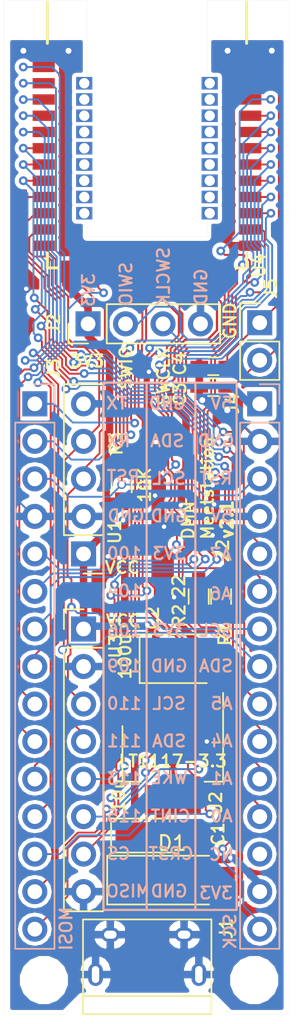
<source format=kicad_pcb>
(kicad_pcb (version 4) (host pcbnew 4.0.7)
  (layers (0 F.Cu signal) (31 B.Cu signal) (34 B.Paste user hide) (35 F.Paste user hide) (36 B.SilkS user hide) (37 F.SilkS user) (38 B.Mask user hide) (39 F.Mask user hide) (44 Edge.Cuts user))
  (net 0 "")
  (net 1 +5V)
  (net 2 GND)
  (net 3 +3V3)
  (net 4 /SWDIO)
  (net 5 /SWDCLK)
  (net 6 /nRESET)
  (net 7 /TX)
  (net 8 /RX)
  (net 9 /P1.00)
  (net 10 /SPICS)
  (net 11 /SPIMISO)
  (net 12 /AIN7)
  (net 13 /AIN6)
  (net 14 /I2CSCL)
  (net 15 /I2CSDA)
  (net 16 /AIN5)
  (net 17 /AIN4)
  (net 18 /AIN1)
  (net 19 /AIN0)
  (net 20 /SPISCK)
  (net 21 /USB+)
  (net 22 /USB-)
  (net 23 /P1.10)
  (net 24 /P1.11)
  (net 25 /P1.13)
  (net 26 /P1.15)
  (net 27 /P1.04)
  (net 28 /CJWAKE)
  (net 29 /CJINT)
  (net 30 /CJRESET)
  (net 31 /P1.06)
  (net 32 "Net-(J1-Pad2)")
  (net 33 "Net-(J1-Pad3)")
  (net 34 /P1.09)
  (net 35 /SPIMOSI)
  (net 36 /NFC1)
  (net 37 /NFC2)
  (module Connectors:USB_Micro-B (layer F.Cu) (at 47.97552 139.51712)
    (fp_text reference J1 (at 5.3594 -1.76784 90) (layer F.SilkS) (effects (font (size 0.8128 0.8128) (thickness 0.1524))))
    (fp_text value USB_OTG)
    (pad 1 smd rect (at -1.3 -1.35 90) (size 1.35 0.4) (layers F.Cu F.Paste F.Mask) (net 1 +5V))
    (pad 2 smd rect (at -0.65 -1.35 90) (size 1.35 0.4) (layers F.Cu F.Paste F.Mask) (net 32 "Net-(J1-Pad2)"))
    (pad 3 smd rect (at 0 -1.35 90) (size 1.35 0.4) (layers F.Cu F.Paste F.Mask) (net 33 "Net-(J1-Pad3)"))
    (pad 4 smd rect (at 0.65 -1.35 90) (size 1.35 0.4) (layers F.Cu F.Paste F.Mask))
    (pad 5 smd rect (at 1.3 -1.35 90) (size 1.35 0.4) (layers F.Cu F.Paste F.Mask) (net 2 GND))
    (pad 6 thru_hole oval (at -2.5 -1.35 90) (size 0.95 1.25) (drill oval 0.55 0.85) (layers *.Cu *.Mask) (net 2 GND))
    (pad 6 thru_hole oval (at 2.5 -1.35 90) (size 0.95 1.25) (drill oval 0.55 0.85) (layers *.Cu *.Mask) (net 2 GND))
    (pad 6 thru_hole oval (at -3.5 1.35 90) (size 1.55 1) (drill oval 1.15 0.5) (layers *.Cu *.Mask) (net 2 GND))
    (pad 6 thru_hole oval (at 3.5 1.35 90) (size 1.55 1) (drill oval 1.15 0.5) (layers *.Cu *.Mask) (net 2 GND))
  )
  (module Pin_Headers:Pin_Header_Straight_1x08_Pitch2.54mm (layer F.Cu) (at 43.6626 117.475)
    (fp_text reference U3 (at 2.17932 1.17348 90) (layer F.SilkS) (effects (font (size 0.8128 0.8128) (thickness 0.1524))))
    (fp_text value CJMCU-8118 hide)
    (pad 1 thru_hole rect (at 0 0) (size 1.7 1.7) (drill 1) (layers *.Cu *.Mask) (net 3 +3V3))
    (pad 2 thru_hole oval (at 0 2.54) (size 1.7 1.7) (drill 1) (layers *.Cu *.Mask) (net 2 GND))
    (pad 3 thru_hole oval (at 0 5.08) (size 1.7 1.7) (drill 1) (layers *.Cu *.Mask) (net 14 /I2CSCL))
    (pad 4 thru_hole oval (at 0 7.62) (size 1.7 1.7) (drill 1) (layers *.Cu *.Mask) (net 15 /I2CSDA))
    (pad 5 thru_hole oval (at 0 10.16) (size 1.7 1.7) (drill 1) (layers *.Cu *.Mask) (net 28 /CJWAKE))
    (pad 6 thru_hole oval (at 0 12.7) (size 1.7 1.7) (drill 1) (layers *.Cu *.Mask) (net 29 /CJINT))
    (pad 7 thru_hole oval (at 0 15.24) (size 1.7 1.7) (drill 1) (layers *.Cu *.Mask) (net 30 /CJRESET))
    (pad 8 thru_hole oval (at 0 17.78) (size 1.7 1.7) (drill 1) (layers *.Cu *.Mask) (net 2 GND))
  )
  (module Socket_Strips:Socket_Strip_Straight_1x15_Pitch2.54mm (layer B.Cu) (at 40.3606 102.235 180)
    (fp_text reference J3 (at -1.28016 2.3876 270) (layer F.SilkS) (effects (font (size 0.8128 0.8128) (thickness 0.1524))))
    (fp_text value Conn_01x15 hide)
    (pad 1 thru_hole rect (at 0 0 180) (size 1.7 1.7) (drill 1) (layers *.Cu *.Mask) (net 7 /TX))
    (pad 2 thru_hole oval (at 0 -2.54 180) (size 1.7 1.7) (drill 1) (layers *.Cu *.Mask) (net 8 /RX))
    (pad 3 thru_hole oval (at 0 -5.08 180) (size 1.7 1.7) (drill 1) (layers *.Cu *.Mask) (net 6 /nRESET))
    (pad 4 thru_hole oval (at 0 -7.62 180) (size 1.7 1.7) (drill 1) (layers *.Cu *.Mask) (net 2 GND))
    (pad 5 thru_hole oval (at 0 -10.16 180) (size 1.7 1.7) (drill 1) (layers *.Cu *.Mask) (net 9 /P1.00))
    (pad 6 thru_hole oval (at 0 -12.7 180) (size 1.7 1.7) (drill 1) (layers *.Cu *.Mask) (net 27 /P1.04))
    (pad 7 thru_hole oval (at 0 -15.24 180) (size 1.7 1.7) (drill 1) (layers *.Cu *.Mask) (net 31 /P1.06))
    (pad 8 thru_hole oval (at 0 -17.78 180) (size 1.7 1.7) (drill 1) (layers *.Cu *.Mask) (net 34 /P1.09))
    (pad 9 thru_hole oval (at 0 -20.32 180) (size 1.7 1.7) (drill 1) (layers *.Cu *.Mask) (net 23 /P1.10))
    (pad 10 thru_hole oval (at 0 -22.86 180) (size 1.7 1.7) (drill 1) (layers *.Cu *.Mask) (net 24 /P1.11))
    (pad 11 thru_hole oval (at 0 -25.4 180) (size 1.7 1.7) (drill 1) (layers *.Cu *.Mask) (net 25 /P1.13))
    (pad 12 thru_hole oval (at 0 -27.94 180) (size 1.7 1.7) (drill 1) (layers *.Cu *.Mask) (net 26 /P1.15))
    (pad 13 thru_hole oval (at 0 -30.48 180) (size 1.7 1.7) (drill 1) (layers *.Cu *.Mask) (net 10 /SPICS))
    (pad 14 thru_hole oval (at 0 -33.02 180) (size 1.7 1.7) (drill 1) (layers *.Cu *.Mask) (net 11 /SPIMISO))
    (pad 15 thru_hole oval (at 0 -35.56 180) (size 1.7 1.7) (drill 1) (layers *.Cu *.Mask) (net 35 /SPIMOSI))
  )
  (module Socket_Strips:Socket_Strip_Straight_1x15_Pitch2.54mm (layer B.Cu) (at 55.6006 102.235 180)
    (fp_text reference J4 (at 1.83388 0.0127 270) (layer F.SilkS) (effects (font (size 0.8128 0.8128) (thickness 0.1524))))
    (fp_text value Conn_01x15 hide)
    (pad 1 thru_hole rect (at 0 0 180) (size 1.7 1.7) (drill 1) (layers *.Cu *.Mask) (net 1 +5V))
    (pad 2 thru_hole oval (at 0 -2.54 180) (size 1.7 1.7) (drill 1) (layers *.Cu *.Mask) (net 2 GND))
    (pad 3 thru_hole oval (at 0 -5.08 180) (size 1.7 1.7) (drill 1) (layers *.Cu *.Mask) (net 6 /nRESET))
    (pad 4 thru_hole oval (at 0 -7.62 180) (size 1.7 1.7) (drill 1) (layers *.Cu *.Mask) (net 1 +5V))
    (pad 5 thru_hole oval (at 0 -10.16 180) (size 1.7 1.7) (drill 1) (layers *.Cu *.Mask) (net 12 /AIN7))
    (pad 6 thru_hole oval (at 0 -12.7 180) (size 1.7 1.7) (drill 1) (layers *.Cu *.Mask) (net 13 /AIN6))
    (pad 7 thru_hole oval (at 0 -15.24 180) (size 1.7 1.7) (drill 1) (layers *.Cu *.Mask) (net 14 /I2CSCL))
    (pad 8 thru_hole oval (at 0 -17.78 180) (size 1.7 1.7) (drill 1) (layers *.Cu *.Mask) (net 15 /I2CSDA))
    (pad 9 thru_hole oval (at 0 -20.32 180) (size 1.7 1.7) (drill 1) (layers *.Cu *.Mask) (net 16 /AIN5))
    (pad 10 thru_hole oval (at 0 -22.86 180) (size 1.7 1.7) (drill 1) (layers *.Cu *.Mask) (net 17 /AIN4))
    (pad 11 thru_hole oval (at 0 -25.4 180) (size 1.7 1.7) (drill 1) (layers *.Cu *.Mask) (net 18 /AIN1))
    (pad 12 thru_hole oval (at 0 -27.94 180) (size 1.7 1.7) (drill 1) (layers *.Cu *.Mask) (net 19 /AIN0))
    (pad 13 thru_hole oval (at 0 -30.48 180) (size 1.7 1.7) (drill 1) (layers *.Cu *.Mask))
    (pad 14 thru_hole oval (at 0 -33.02 180) (size 1.7 1.7) (drill 1) (layers *.Cu *.Mask) (net 3 +3V3))
    (pad 15 thru_hole oval (at 0 -35.56 180) (size 1.7 1.7) (drill 1) (layers *.Cu *.Mask) (net 20 /SPISCK))
  )
  (module Capacitors_Tantalum_SMD:CP_Tantalum_Case-R_EIA-2012-12_Hand (layer F.Cu) (at 48.82896 131.4577)
    (fp_text reference C1 (at 3.94462 -0.09652 270) (layer F.SilkS) (effects (font (size 0.8128 0.8128) (thickness 0.1524))))
    (fp_text value 10u (at -2.78892 -2.72034 270) (layer F.SilkS) (effects (font (size 0.8128 0.8128) (thickness 0.1524))))
    (pad 1 smd rect (at -1.7 0) (size 2.6 1.8) (layers F.Cu F.Paste F.Mask) (net 1 +5V))
    (pad 2 smd rect (at 1.7 0) (size 2.6 1.8) (layers F.Cu F.Paste F.Mask) (net 2 GND))
  )
  (module Pin_Headers:Pin_Header_Straight_1x05_Pitch2.54mm (layer F.Cu) (at 43.6626 112.395 180)
    (fp_text reference U1 (at -2.11582 1.49352 270) (layer F.SilkS) (effects (font (size 0.8128 0.8128) (thickness 0.1524))))
    (fp_text value bh1750breakout hide)
    (pad 1 thru_hole rect (at 0 0 180) (size 1.7 1.7) (drill 1) (layers *.Cu *.Mask) (net 3 +3V3))
    (pad 2 thru_hole oval (at 0 2.54 180) (size 1.7 1.7) (drill 1) (layers *.Cu *.Mask) (net 2 GND))
    (pad 3 thru_hole oval (at 0 5.08 180) (size 1.7 1.7) (drill 1) (layers *.Cu *.Mask) (net 14 /I2CSCL))
    (pad 4 thru_hole oval (at 0 7.62 180) (size 1.7 1.7) (drill 1) (layers *.Cu *.Mask) (net 15 /I2CSDA))
    (pad 5 thru_hole oval (at 0 10.16 180) (size 1.7 1.7) (drill 1) (layers *.Cu *.Mask) (net 2 GND))
  )
  (module TO_SOT_Packages_SMD:SOT-223-3_TabPin2 (layer F.Cu) (at 49.71034 125.90272 270)
    (fp_text reference U2 (at 3.38328 -2.91084 450) (layer F.SilkS) (effects (font (size 0.8128 0.8128) (thickness 0.1524))))
    (fp_text value LT1117-3.3 (at 0.51562 0 360) (layer F.SilkS) (effects (font (size 0.8128 0.8128) (thickness 0.1524))))
    (pad 2 smd rect (at 3.15 0 270) (size 2 3.8) (layers F.Cu F.Paste F.Mask) (net 3 +3V3))
    (pad 2 smd rect (at -3.15 0 270) (size 2 1.5) (layers F.Cu F.Paste F.Mask) (net 3 +3V3))
    (pad 3 smd rect (at -3.15 2.3 270) (size 2 1.5) (layers F.Cu F.Paste F.Mask) (net 1 +5V))
    (pad 1 smd rect (at -3.15 -2.3 270) (size 2 1.5) (layers F.Cu F.Paste F.Mask) (net 2 GND))
  )
  (module dmn_meetstation:holyiot18010 (layer F.Cu) (at 54.7116 78.3336)
    (fp_text reference U4 (at 0.84582 14.53388 90) (layer F.SilkS) (effects (font (size 0.8128 0.8128) (thickness 0.1524))))
    (fp_text value holyiot18010 hide)
    (pad 1 smd rect (at 0 0) (size 1.5 0.7) (drill (offset 0.25 0)) (layers F.Cu F.Paste F.Mask) (net 2 GND))
    (pad 23 thru_hole rect (at -2.5 2.2) (size 1.1 0.85) (drill 0.7) (layers *.Cu *.Mask))
    (pad 14 thru_hole rect (at -11 2.2) (size 1.1 0.85) (drill 0.7) (layers *.Cu *.Mask))
    (pad 1 smd rect (at -13.5 0) (size 1.5 0.7) (drill (offset -0.25 0)) (layers F.Cu F.Paste F.Mask) (net 2 GND))
    (pad 33 smd rect (at 0 1.1) (size 1.5 0.7) (drill (offset 0.25 0)) (layers F.Cu F.Paste F.Mask) (net 37 /NFC2))
    (pad 15 thru_hole rect (at -11 3.3) (size 1.1 0.85) (drill 0.7) (layers *.Cu *.Mask))
    (pad 16 thru_hole rect (at -11 4.4) (size 1.1 0.85) (drill 0.7) (layers *.Cu *.Mask))
    (pad 17 thru_hole rect (at -11 5.5) (size 1.1 0.85) (drill 0.7) (layers *.Cu *.Mask))
    (pad 18 thru_hole rect (at -11 6.6) (size 1.1 0.85) (drill 0.7) (layers *.Cu *.Mask))
    (pad 19 thru_hole rect (at -11 7.7) (size 1.1 0.85) (drill 0.7) (layers *.Cu *.Mask))
    (pad 20 thru_hole rect (at -11 8.8) (size 1.1 0.85) (drill 0.7) (layers *.Cu *.Mask))
    (pad 21 thru_hole rect (at -11 9.9) (size 1.1 0.85) (drill 0.7) (layers *.Cu *.Mask))
    (pad 22 thru_hole rect (at -11 11) (size 1.1 0.85) (drill 0.7) (layers *.Cu *.Mask))
    (pad 24 thru_hole rect (at -2.5 3.3) (size 1.1 0.85) (drill 0.7) (layers *.Cu *.Mask))
    (pad 25 thru_hole rect (at -2.5 4.4) (size 1.1 0.85) (drill 0.7) (layers *.Cu *.Mask))
    (pad 26 thru_hole rect (at -2.5 5.5) (size 1.1 0.85) (drill 0.7) (layers *.Cu *.Mask))
    (pad 27 thru_hole rect (at -2.5 6.6) (size 1.1 0.85) (drill 0.7) (layers *.Cu *.Mask))
    (pad 28 thru_hole rect (at -2.5 7.7) (size 1.1 0.85) (drill 0.7) (layers *.Cu *.Mask))
    (pad 29 thru_hole rect (at -2.5 8.8) (size 1.1 0.85) (drill 0.7) (layers *.Cu *.Mask))
    (pad 30 thru_hole rect (at -2.5 9.9) (size 1.1 0.85) (drill 0.7) (layers *.Cu *.Mask))
    (pad 31 thru_hole rect (at -2.5 11) (size 1.1 0.85) (drill 0.7) (layers *.Cu *.Mask))
    (pad 45 smd rect (at -1.25 14.7) (size 0.7 1.5) (drill (offset 0 0.25)) (layers F.Cu F.Paste F.Mask) (net 21 /USB+))
    (pad 46 smd rect (at -2.35 14.7) (size 0.7 1.5) (drill (offset 0 0.25)) (layers F.Cu F.Paste F.Mask) (net 22 /USB-))
    (pad 47 smd rect (at -3.45 14.7) (size 0.7 1.5) (drill (offset 0 0.25)) (layers F.Cu F.Paste F.Mask) (net 1 +5V))
    (pad 48 smd rect (at -4.55 14.7) (size 0.7 1.5) (drill (offset 0 0.25)) (layers F.Cu F.Paste F.Mask) (net 6 /nRESET))
    (pad 49 smd rect (at -5.65 14.7) (size 0.7 1.5) (drill (offset 0 0.25)) (layers F.Cu F.Paste F.Mask) (net 20 /SPISCK))
    (pad 50 smd rect (at -6.75 14.7) (size 0.7 1.5) (drill (offset 0 0.25)) (layers F.Cu F.Paste F.Mask) (net 7 /TX))
    (pad 51 smd rect (at -7.85 14.7) (size 0.7 1.5) (drill (offset 0 0.25)) (layers F.Cu F.Paste F.Mask) (net 8 /RX))
    (pad 52 smd rect (at -8.95 14.7) (size 0.7 1.5) (drill (offset 0 0.25)) (layers F.Cu F.Paste F.Mask) (net 11 /SPIMISO))
    (pad 53 smd rect (at -10.05 14.7) (size 0.7 1.5) (drill (offset 0 0.25)) (layers F.Cu F.Paste F.Mask) (net 34 /P1.09))
    (pad 54 smd rect (at -11.15 14.7) (size 0.7 1.5) (drill (offset 0 0.25)) (layers F.Cu F.Paste F.Mask) (net 35 /SPIMOSI))
    (pad 55 smd rect (at -12.25 14.7) (size 0.7 1.5) (drill (offset 0 0.25)) (layers F.Cu F.Paste F.Mask) (net 3 +3V3))
    (pad 34 smd rect (at 0 2.2) (size 1.5 0.7) (drill (offset 0.25 0)) (layers F.Cu F.Paste F.Mask) (net 36 /NFC1))
    (pad 35 smd rect (at 0 3.3) (size 1.5 0.7) (drill (offset 0.25 0)) (layers F.Cu F.Paste F.Mask) (net 31 /P1.06))
    (pad 36 smd rect (at 0 4.4) (size 1.5 0.7) (drill (offset 0.25 0)) (layers F.Cu F.Paste F.Mask) (net 27 /P1.04))
    (pad 37 smd rect (at 0 5.5) (size 1.5 0.7) (drill (offset 0.25 0)) (layers F.Cu F.Paste F.Mask) (net 4 /SWDIO))
    (pad 38 smd rect (at 0 6.6) (size 1.5 0.7) (drill (offset 0.25 0)) (layers F.Cu F.Paste F.Mask) (net 5 /SWDCLK))
    (pad 39 smd rect (at 0 7.7) (size 1.5 0.7) (drill (offset 0.25 0)) (layers F.Cu F.Paste F.Mask) (net 28 /CJWAKE))
    (pad 40 smd rect (at 0 8.8) (size 1.5 0.7) (drill (offset 0.25 0)) (layers F.Cu F.Paste F.Mask) (net 30 /CJRESET))
    (pad 41 smd rect (at 0 9.9) (size 1.5 0.7) (drill (offset 0.25 0)) (layers F.Cu F.Paste F.Mask) (net 29 /CJINT))
    (pad 42 smd rect (at 0 11) (size 1.5 0.7) (drill (offset 0.25 0)) (layers F.Cu F.Paste F.Mask) (net 9 /P1.00))
    (pad 43 smd rect (at 0 12.1) (size 1.5 0.7) (drill (offset 0.25 0)) (layers F.Cu F.Paste F.Mask) (net 10 /SPICS))
    (pad 1 smd rect (at 0 13.2) (size 1.5 0.7) (drill (offset 0.25 0)) (layers F.Cu F.Paste F.Mask) (net 2 GND))
    (pad 2 smd rect (at -13.5 1.1) (size 1.5 0.7) (drill (offset -0.25 0)) (layers F.Cu F.Paste F.Mask) (net 23 /P1.10))
    (pad 3 smd rect (at -13.5 2.2) (size 1.5 0.7) (drill (offset -0.25 0)) (layers F.Cu F.Paste F.Mask) (net 24 /P1.11))
    (pad 4 smd rect (at -13.5 3.3) (size 1.5 0.7) (drill (offset -0.25 0)) (layers F.Cu F.Paste F.Mask) (net 25 /P1.13))
    (pad 5 smd rect (at -13.5 4.4) (size 1.5 0.7) (drill (offset -0.25 0)) (layers F.Cu F.Paste F.Mask) (net 26 /P1.15))
    (pad 6 smd rect (at -13.5 5.5) (size 1.5 0.7) (drill (offset -0.25 0)) (layers F.Cu F.Paste F.Mask) (net 18 /AIN1))
    (pad 7 smd rect (at -13.5 6.6) (size 1.5 0.7) (drill (offset -0.25 0)) (layers F.Cu F.Paste F.Mask) (net 19 /AIN0))
    (pad 8 smd rect (at -13.5 7.7) (size 1.5 0.7) (drill (offset -0.25 0)) (layers F.Cu F.Paste F.Mask) (net 17 /AIN4))
    (pad 9 smd rect (at -13.5 8.8) (size 1.5 0.7) (drill (offset -0.25 0)) (layers F.Cu F.Paste F.Mask) (net 16 /AIN5))
    (pad 10 smd rect (at -13.5 9.9) (size 1.5 0.7) (drill (offset -0.25 0)) (layers F.Cu F.Paste F.Mask) (net 13 /AIN6))
    (pad 11 smd rect (at -13.5 11) (size 1.5 0.7) (drill (offset -0.25 0)) (layers F.Cu F.Paste F.Mask) (net 12 /AIN7))
    (pad 12 smd rect (at -13.5 12.1) (size 1.5 0.7) (drill (offset -0.25 0)) (layers F.Cu F.Paste F.Mask) (net 15 /I2CSDA))
    (pad 13 smd rect (at -13.5 13.2) (size 1.5 0.7) (drill (offset -0.25 0)) (layers F.Cu F.Paste F.Mask) (net 14 /I2CSCL))
  )
  (module Capacitors_Tantalum_SMD:CP_Tantalum_Case-T_EIA-3528-12_Reflow (layer F.Cu) (at 50.26152 119.48922)
    (fp_text reference C2 (at -1.92024 -2.75336 90) (layer F.SilkS) (effects (font (size 0.8128 0.8128) (thickness 0.1524))))
    (fp_text value 100u (at -3.78714 -0.1524 90) (layer F.SilkS) (effects (font (size 0.8128 0.8128) (thickness 0.1524))))
    (pad 1 smd rect (at -1.525 0) (size 1.95 2.5) (layers F.Cu F.Paste F.Mask) (net 3 +3V3))
    (pad 2 smd rect (at 1.525 0) (size 1.95 2.5) (layers F.Cu F.Paste F.Mask) (net 2 GND))
  )
  (module Pin_Headers:Pin_Header_Straight_1x04_Pitch2.54mm (layer F.Cu) (at 43.9674 96.81972 90)
    (fp_text reference J2 (at 0 -2.33 90) (layer F.SilkS) (effects (font (size 0.8128 0.8128) (thickness 0.1524))))
    (fp_text value Conn_01x04 hide)
    (pad 1 thru_hole rect (at 0 0 90) (size 1.7 1.7) (drill 1) (layers *.Cu *.Mask) (net 3 +3V3))
    (pad 2 thru_hole oval (at 0 2.54 90) (size 1.7 1.7) (drill 1) (layers *.Cu *.Mask) (net 4 /SWDIO))
    (pad 3 thru_hole oval (at 0 5.08 90) (size 1.7 1.7) (drill 1) (layers *.Cu *.Mask) (net 5 /SWDCLK))
    (pad 4 thru_hole oval (at 0 7.62 90) (size 1.7 1.7) (drill 1) (layers *.Cu *.Mask) (net 2 GND))
  )
  (module Resistors_SMD:R_0603_HandSoldering (layer F.Cu) (at 52.98186 115.28044 270)
    (fp_text reference R1 (at 2.53746 -0.25908 450) (layer F.SilkS) (effects (font (size 0.8128 0.8128) (thickness 0.1524))))
    (fp_text value 22 (at -3.10896 -0.10922 270) (layer F.SilkS) (effects (font (size 0.8128 0.8128) (thickness 0.1524))))
    (pad 1 smd rect (at -1.1 0 270) (size 1.2 0.9) (layers F.Cu F.Paste F.Mask) (net 21 /USB+))
    (pad 2 smd rect (at 1.1 0 270) (size 1.2 0.9) (layers F.Cu F.Paste F.Mask) (net 33 "Net-(J1-Pad3)"))
  )
  (module Resistors_SMD:R_0603_HandSoldering (layer F.Cu) (at 51.46548 115.28044 270)
    (fp_text reference R2 (at 1.30048 1.32842 270) (layer F.SilkS) (effects (font (size 0.8128 0.8128) (thickness 0.1524))))
    (fp_text value 22 (at -0.70866 1.34874 270) (layer F.SilkS) (effects (font (size 0.8128 0.8128) (thickness 0.1524))))
    (pad 1 smd rect (at -1.1 0 270) (size 1.2 0.9) (layers F.Cu F.Paste F.Mask) (net 22 /USB-))
    (pad 2 smd rect (at 1.1 0 270) (size 1.2 0.9) (layers F.Cu F.Paste F.Mask) (net 32 "Net-(J1-Pad2)"))
  )
  (module Resistors_SMD:R_0603_HandSoldering (layer F.Cu) (at 46.24578 107.73156 90)
    (fp_text reference R3 (at 2.80416 -0.36576 90) (layer F.SilkS) (effects (font (size 0.8128 0.8128) (thickness 0.1524))))
    (fp_text value 10K (at 0 1.55 90) (layer F.SilkS) (effects (font (size 0.8128 0.8128) (thickness 0.1524))))
    (pad 1 smd rect (at -1.1 0 90) (size 1.2 0.9) (layers F.Cu F.Paste F.Mask) (net 3 +3V3))
    (pad 2 smd rect (at 1.1 0 90) (size 1.2 0.9) (layers F.Cu F.Paste F.Mask) (net 6 /nRESET))
  )
  (module Pin_Headers:Pin_Header_Straight_1x02_Pitch2.54mm (layer F.Cu) (at 55.6006 96.74606)
    (fp_text reference J5 (at 0.74168 -2.31902 90) (layer F.SilkS) (effects (font (size 0.8128 0.8128) (thickness 0.1524))))
    (fp_text value Conn_01x02 hide)
    (pad 1 thru_hole rect (at 0 0) (size 1.7 1.7) (drill 1) (layers *.Cu *.Mask) (net 36 /NFC1))
    (pad 2 thru_hole oval (at 0 2.54) (size 1.7 1.7) (drill 1) (layers *.Cu *.Mask) (net 37 /NFC2))
  )
  (module Capacitors_SMD:C_0603_HandSoldering (layer F.Cu) (at 52.451 101.10724 180)
    (fp_text reference C3 (at 2.26568 -0.4699 270) (layer F.SilkS) (effects (font (size 0.8128 0.8128) (thickness 0.1524))))
    (fp_text value C hide)
    (pad 1 smd rect (at -0.95 0 180) (size 1.2 0.75) (layers F.Cu F.Paste F.Mask) (net 37 /NFC2))
    (pad 2 smd rect (at 0.95 0 180) (size 1.2 0.75) (layers F.Cu F.Paste F.Mask) (net 2 GND))
  )
  (module Capacitors_SMD:C_0603_HandSoldering (layer F.Cu) (at 52.45354 99.69246 180)
    (fp_text reference C4 (at 2.26822 0.1778 270) (layer F.SilkS) (effects (font (size 0.8128 0.8128) (thickness 0.1524))))
    (fp_text value C hide)
    (pad 1 smd rect (at -0.95 0 180) (size 1.2 0.75) (layers F.Cu F.Paste F.Mask) (net 36 /NFC1))
    (pad 2 smd rect (at 0.95 0 180) (size 1.2 0.75) (layers F.Cu F.Paste F.Mask) (net 2 GND))
  )
  (module Mounting_Holes:MountingHole_2.7mm_M2.5 (layer F.Cu) (at 55.22634 141.2415)
    (fp_text reference MH1 hide)
    (fp_text value MountingHole)
    (pad 1 np_thru_hole circle (at 0 0) (size 2.7 2.7) (drill 2.7) (layers *.Cu *.Mask))
  )
  (module Mounting_Holes:MountingHole_2.7mm_M2.5 (layer F.Cu) (at 40.97634 141.2415)
    (fp_text reference MH2 hide)
    (fp_text value MountingHole)
    (pad 1 np_thru_hole circle (at 0 0) (size 2.7 2.7) (drill 2.7) (layers *.Cu *.Mask))
  )
  (module Diodes_SMD:D_SMA_Handsoldering (layer F.Cu) (at 49.66462 134.47522)
    (fp_text reference D1 (at 0 -2.5) (layer F.SilkS))
    (fp_text value 1N4007)
    (pad 1 smd rect (at -2.5 0) (size 3.5 1.8) (layers F.Cu F.Paste F.Mask) (net 1 +5V))
    (pad 2 smd rect (at 2.5 0) (size 3.5 1.8) (layers F.Cu F.Paste F.Mask) (net 3 +3V3))
  )
  (gr_text 3V3 (at 43.93692 99.34448) (layer F.SilkS) (effects (font (size 0.8128 0.8128) (thickness 0.1524))))
  (gr_line (start 53.55844 143.54556) (end 53.54828 143.5354) (angle 90) (layer Edge.Cuts) (width 0.01))
  (gr_line (start 57.6199 143.54556) (end 53.55844 143.54556) (angle 90) (layer Edge.Cuts) (width 0.01))
  (gr_line (start 57.6199 143.5354) (end 57.6199 143.54556) (angle 90) (layer Edge.Cuts) (width 0.01))
  (gr_text VCC (at 46.34992 116.93398) (layer F.SilkS) (effects (font (size 0.8128 0.8128) (thickness 0.1524))))
  (gr_text VCC (at 46.28642 113.31448) (layer F.SilkS) (effects (font (size 0.8128 0.8128) (thickness 0.1524))))
  (gr_text GND (at 53.58892 96.61398 90) (layer F.SilkS) (effects (font (size 0.8128 0.8128) (thickness 0.1524))))
  (gr_text SWCLK (at 49.08042 100.36048 90) (layer F.SilkS) (effects (font (size 0.8128 0.8128) (thickness 0.1524))))
  (gr_text SWIO (at 46.54042 99.78898 90) (layer F.SilkS) (effects (font (size 0.8128 0.8128) (thickness 0.1524))))
  (gr_text SCK (at 53.58892 137.95248 90) (layer B.SilkS) (effects (font (size 0.8128 0.8128) (thickness 0.1524)) (justify mirror)))
  (gr_text MOSI (at 42.47642 137.76198 90) (layer B.SilkS) (effects (font (size 0.8128 0.8128) (thickness 0.1524)) (justify mirror)))
  (gr_text NC (at 53.01742 132.74548) (layer B.SilkS) (effects (font (size 0.8128 0.8128) (thickness 0.1524)) (justify mirror)))
  (gr_line (start 51.23942 100.80498) (end 51.23942 136.49198) (angle 90) (layer B.SilkS) (width 0.1524))
  (gr_text GND (at 51.62042 94.32798 90) (layer B.SilkS) (effects (font (size 0.8128 0.8128) (thickness 0.1524)) (justify mirror)))
  (gr_text SWCLK (at 49.08042 91.53398 90) (layer B.SilkS) (effects (font (size 0.8128 0.8128) (thickness 0.1524)) (justify left mirror)))
  (gr_text SWIO (at 46.54042 92.54998 90) (layer B.SilkS) (effects (font (size 0.8128 0.8128) (thickness 0.1524)) (justify left mirror)))
  (gr_text 3V3 (at 44.00042 93.31198 90) (layer B.SilkS) (effects (font (size 0.8128 0.8128) (thickness 0.1524)) (justify left mirror)))
  (gr_line (start 47.93742 109.82198) (end 47.93742 136.49198) (angle 90) (layer B.SilkS) (width 0.1524))
  (gr_line (start 47.93742 109.82198) (end 47.93742 100.80498) (angle 90) (layer B.SilkS) (width 0.1524))
  (gr_text 3V3 (at 52.63642 135.34898) (layer B.SilkS) (effects (font (size 0.8128 0.8128) (thickness 0.1524)) (justify mirror)))
  (gr_text A0 (at 53.01742 130.14198) (layer B.SilkS) (effects (font (size 0.8128 0.8128) (thickness 0.1524)) (justify mirror)))
  (gr_text A1 (at 53.01742 127.60198) (layer B.SilkS) (effects (font (size 0.8128 0.8128) (thickness 0.1524)) (justify mirror)))
  (gr_text A4 (at 53.01742 125.06198) (layer B.SilkS) (effects (font (size 0.8128 0.8128) (thickness 0.1524)) (justify mirror)))
  (gr_text A5 (at 53.01742 122.52198) (layer B.SilkS) (effects (font (size 0.8128 0.8128) (thickness 0.1524)) (justify mirror)))
  (gr_text SDA (at 52.63642 119.98198) (layer B.SilkS) (effects (font (size 0.8128 0.8128) (thickness 0.1524)) (justify mirror)))
  (gr_text SCL (at 52.63642 117.56898) (layer B.SilkS) (effects (font (size 0.8128 0.8128) (thickness 0.1524)) (justify mirror)))
  (gr_text A6 (at 52.95392 115.09248) (layer B.SilkS) (effects (font (size 0.8128 0.8128) (thickness 0.1524)) (justify mirror)))
  (gr_text A7 (at 52.95392 112.42548) (layer B.SilkS) (effects (font (size 0.8128 0.8128) (thickness 0.1524)) (justify mirror)))
  (gr_text 5V (at 53.01742 109.82198) (layer B.SilkS) (effects (font (size 0.8128 0.8128) (thickness 0.1524)) (justify mirror)))
  (gr_text RST (at 52.63642 107.28198) (layer B.SilkS) (effects (font (size 0.8128 0.8128) (thickness 0.1524)) (justify mirror)))
  (gr_text GND (at 52.63642 104.74198) (layer B.SilkS) (effects (font (size 0.8128 0.8128) (thickness 0.1524)) (justify mirror)))
  (gr_text 5V (at 53.01742 102.20198) (layer B.SilkS) (effects (font (size 0.8128 0.8128) (thickness 0.1524)) (justify mirror)))
  (gr_text GND (at 49.33442 102.20198) (layer B.SilkS) (effects (font (size 0.8128 0.8128) (thickness 0.1524)) (justify mirror)))
  (gr_text SDA (at 49.33442 104.74198) (layer B.SilkS) (effects (font (size 0.8128 0.8128) (thickness 0.1524)) (justify mirror)))
  (gr_text SCL (at 49.46142 107.28198) (layer B.SilkS) (effects (font (size 0.8128 0.8128) (thickness 0.1524)) (justify mirror)))
  (gr_text GND (at 49.46142 109.82198) (layer B.SilkS) (effects (font (size 0.8128 0.8128) (thickness 0.1524)) (justify mirror)))
  (gr_text 3V3 (at 49.46142 112.36198) (layer B.SilkS) (effects (font (size 0.8128 0.8128) (thickness 0.1524)) (justify mirror)))
  (gr_text 3V3 (at 49.46142 117.56898) (layer B.SilkS) (effects (font (size 0.8128 0.8128) (thickness 0.1524)) (justify mirror)))
  (gr_text GND (at 49.46142 119.98198) (layer B.SilkS) (effects (font (size 0.8128 0.8128) (thickness 0.1524)) (justify mirror)))
  (gr_text SCL (at 49.46142 122.52198) (layer B.SilkS) (effects (font (size 0.8128 0.8128) (thickness 0.1524)) (justify mirror)))
  (gr_text SDA (at 49.46142 125.06198) (layer B.SilkS) (effects (font (size 0.8128 0.8128) (thickness 0.1524)) (justify mirror)))
  (gr_text WKE (at 49.46142 127.53848) (layer B.SilkS) (effects (font (size 0.8128 0.8128) (thickness 0.1524)) (justify mirror)))
  (gr_text CINT (at 48.12792 130.14198) (layer B.SilkS) (effects (font (size 0.8128 0.8128) (thickness 0.1524)) (justify right mirror)))
  (gr_text CRST (at 49.58842 132.68198) (layer B.SilkS) (effects (font (size 0.8128 0.8128) (thickness 0.1524)) (justify mirror)))
  (gr_text GND (at 49.46142 135.22198) (layer B.SilkS) (effects (font (size 0.8128 0.8128) (thickness 0.1524)) (justify mirror)))
  (gr_text MISO (at 46.66742 135.22198) (layer B.SilkS) (effects (font (size 0.8128 0.8128) (thickness 0.1524)) (justify mirror)))
  (gr_text CS (at 46.03242 132.68198) (layer B.SilkS) (effects (font (size 0.8128 0.8128) (thickness 0.1524)) (justify mirror)))
  (gr_text 115 (at 46.41342 130.14198) (layer B.SilkS) (effects (font (size 0.8128 0.8128) (thickness 0.1524)) (justify mirror)))
  (gr_text 113 (at 46.41342 127.60198) (layer B.SilkS) (effects (font (size 0.8128 0.8128) (thickness 0.1524)) (justify mirror)))
  (gr_text 111 (at 46.41342 125.06198) (layer B.SilkS) (effects (font (size 0.8128 0.8128) (thickness 0.1524)) (justify mirror)))
  (gr_text 110 (at 46.41342 122.52198) (layer B.SilkS) (effects (font (size 0.8128 0.8128) (thickness 0.1524)) (justify mirror)))
  (gr_text 109 (at 46.41342 119.98198) (layer B.SilkS) (effects (font (size 0.8128 0.8128) (thickness 0.1524)) (justify mirror)))
  (gr_text 106 (at 46.41342 117.56898) (layer B.SilkS) (effects (font (size 0.8128 0.8128) (thickness 0.1524)) (justify mirror)))
  (gr_text 104 (at 46.41342 114.90198) (layer B.SilkS) (effects (font (size 0.8128 0.8128) (thickness 0.1524)) (justify mirror)))
  (gr_text 100 (at 46.41342 112.36198) (layer B.SilkS) (effects (font (size 0.8128 0.8128) (thickness 0.1524)) (justify mirror)))
  (gr_text GND (at 46.54042 109.82198) (layer B.SilkS) (effects (font (size 0.8128 0.8128) (thickness 0.1524)) (justify mirror)))
  (gr_text RST (at 47.55642 107.15498) (layer B.SilkS) (effects (font (size 0.8128 0.8128) (thickness 0.1524)) (justify left mirror)))
  (gr_text RX (at 46.03242 104.74198) (layer B.SilkS) (effects (font (size 0.8128 0.8128) (thickness 0.1524)) (justify mirror)))
  (gr_text TX (at 45.90542 102.20198) (layer B.SilkS) (effects (font (size 0.8128 0.8128) (thickness 0.1524)) (justify mirror)))
  (gr_line (start 54.03342 100.80498) (end 45.01642 100.80498) (angle 90) (layer B.SilkS) (width 0.1524))
  (gr_line (start 54.03342 136.49198) (end 54.03342 100.80498) (angle 90) (layer B.SilkS) (width 0.1524))
  (gr_line (start 45.01642 136.49198) (end 54.03342 136.49198) (angle 90) (layer B.SilkS) (width 0.1524))
  (gr_line (start 45.01642 100.80498) (end 45.01642 136.49198) (angle 90) (layer B.SilkS) (width 0.1524))
  (gr_line (start 38.29304 143.54556) (end 38.55974 143.54556) (angle 90) (layer Edge.Cuts) (width 0.01))
  (gr_line (start 38.29304 78.1304) (end 38.29304 143.54556) (angle 90) (layer Edge.Cuts) (width 0.01))
  (gr_line (start 38.29304 74.9046) (end 38.5572 74.9046) (angle 90) (layer Edge.Cuts) (width 0.01))
  (gr_line (start 38.29304 78.1304) (end 38.29304 74.9046) (angle 90) (layer Edge.Cuts) (width 0.01))
  (gr_line (start 52.0319 90.92184) (end 43.8912 90.92184) (angle 90) (layer Edge.Cuts) (width 0.01))
  (gr_line (start 52.0319 74.9046) (end 52.2097 74.9046) (angle 90) (layer Edge.Cuts) (width 0.01))
  (gr_line (start 52.0319 90.92184) (end 52.0319 74.9046) (angle 90) (layer Edge.Cuts) (width 0.01))
  (gr_line (start 43.8912 74.9046) (end 43.7134 74.9046) (angle 90) (layer Edge.Cuts) (width 0.01))
  (gr_line (start 42.3926 143.54556) (end 38.5572 143.54556) (angle 90) (layer Edge.Cuts) (width 0.01))
  (gr_line (start 43.561 142.37716) (end 42.3926 143.54556) (angle 90) (layer Edge.Cuts) (width 0.01))
  (gr_line (start 52.39004 142.37716) (end 43.561 142.37716) (angle 90) (layer Edge.Cuts) (width 0.01))
  (gr_line (start 57.6199 143.5354) (end 57.6199 142.37716) (angle 90) (layer Edge.Cuts) (width 0.01))
  (gr_line (start 52.39004 142.37716) (end 53.54828 143.5354) (angle 90) (layer Edge.Cuts) (width 0.01))
  (gr_line (start 57.6199 74.9046) (end 57.6199 142.37716) (angle 90) (layer Edge.Cuts) (width 0.01))
  (gr_line (start 43.8912 74.9046) (end 43.8912 90.92184) (angle 90) (layer Edge.Cuts) (width 0.01))
  (gr_line (start 38.5572 74.9046) (end 43.7134 74.9046) (angle 90) (layer Edge.Cuts) (width 0.01))
  (gr_line (start 57.6199 74.9046) (end 52.2097 74.9046) (angle 90) (layer Edge.Cuts) (width 0.01))
  (gr_text v2.1 (at 53.38572 110.06328 90) (layer F.SilkS) (effects (font (size 0.8128 0.8128) (thickness 0.2))))
  (gr_text "DMN\nMeetstation" (at 51.40452 111.51108 90) (layer F.SilkS) (effects (font (size 0.8128 0.8128) (thickness 0.1524)) (justify left)))
  (segment (start 47.41034 122.75272) (end 47.41034 121.890534) (width 0.508) (layer F.Cu) (net 1))
  (segment (start 47.41034 121.890534) (end 46.459138 120.939332) (width 0.508) (layer F.Cu) (net 1))
  (segment (start 46.459138 120.939332) (end 46.459138 110.233448) (width 0.508) (layer F.Cu) (net 1))
  (segment (start 47.41034 122.75272) (end 47.41034 122.078494) (width 0.508) (layer F.Cu) (net 1))
  (segment (start 46.459138 110.233448) (end 46.344845 110.119155) (width 0.508) (layer F.Cu) (net 1))
  (segment (start 47.41034 122.75272) (end 47.41034 122.131834) (width 0.508) (layer F.Cu) (net 1))
  (segment (start 47.12896 131.4577) (end 47.12896 125.45642) (width 0.508) (layer F.Cu) (net 1))
  (segment (start 47.12896 125.45642) (end 47.41034 125.17504) (width 0.508) (layer F.Cu) (net 1))
  (segment (start 47.41034 122.75272) (end 47.41034 125.17504) (width 0.508) (layer F.Cu) (net 1))
  (via (at 46.344845 110.119155) (size 0.6) (drill 0.3) (layers F.Cu B.Cu) (net 1))
  (segment (start 46.344845 110.119155) (end 46.61154 109.85246) (width 0.508) (layer B.Cu) (net 1))
  (segment (start 46.61154 109.85246) (end 48.2219 109.85246) (width 0.508) (layer B.Cu) (net 1))
  (segment (start 48.96866 109.1057) (end 48.2219 109.85246) (width 0.508) (layer B.Cu) (net 1))
  (segment (start 46.61154 109.85246) (end 48.2219 109.85246) (width 0.508) (layer B.Cu) (net 1))
  (segment (start 50.24882 109.1057) (end 48.96866 109.1057) (width 0.508) (layer B.Cu) (net 1))
  (segment (start 50.60695 106.669394) (end 50.60695 103.190878) (width 0.508) (layer F.Cu) (net 1))
  (segment (start 50.60695 103.190878) (end 49.57318 102.157108) (width 0.508) (layer F.Cu) (net 1))
  (segment (start 55.6006 109.855) (end 50.99812 109.855) (width 0.508) (layer B.Cu) (net 1))
  (segment (start 49.57318 102.157108) (end 49.57318 100.94214) (width 0.508) (layer F.Cu) (net 1))
  (segment (start 50.291132 106.985212) (end 50.60695 106.669394) (width 0.508) (layer F.Cu) (net 1))
  (segment (start 50.291132 109.063388) (end 50.291132 106.985212) (width 0.508) (layer F.Cu) (net 1))
  (segment (start 50.24882 109.1057) (end 50.99812 109.855) (width 0.508) (layer B.Cu) (net 1))
  (via (at 50.24882 109.1057) (size 0.6) (drill 0.3) (layers F.Cu B.Cu) (net 1))
  (segment (start 50.291132 109.063388) (end 50.24882 109.1057) (width 0.508) (layer F.Cu) (net 1))
  (segment (start 49.57318 100.94214) (end 49.57318 100.793348) (width 0.1524) (layer F.Cu) (net 1))
  (segment (start 50.547688 97.89414) (end 52.060998 97.89414) (width 0.1524) (layer F.Cu) (net 1))
  (segment (start 49.828248 98.61358) (end 50.547688 97.89414) (width 0.1524) (layer F.Cu) (net 1))
  (segment (start 49.828248 100.53828) (end 49.828248 98.61358) (width 0.1524) (layer F.Cu) (net 1))
  (segment (start 49.57318 100.793348) (end 49.828248 100.53828) (width 0.1524) (layer F.Cu) (net 1))
  (segment (start 52.704309 97.250829) (end 52.704309 95.428363) (width 0.1524) (layer F.Cu) (net 1))
  (segment (start 52.704309 97.250829) (end 52.060998 97.89414) (width 0.1524) (layer F.Cu) (net 1))
  (segment (start 52.704309 95.428363) (end 51.2616 93.985654) (width 0.1524) (layer F.Cu) (net 1))
  (segment (start 51.2616 93.985654) (end 51.2616 93.0336) (width 0.1524) (layer F.Cu) (net 1))
  (segment (start 47.16462 134.47522) (end 47.16462 131.49336) (width 0.508) (layer F.Cu) (net 1))
  (segment (start 47.16462 131.49336) (end 47.12896 131.4577) (width 0.508) (layer F.Cu) (net 1))
  (segment (start 47.16462 134.47522) (end 47.16462 135.54012) (width 0.508) (layer F.Cu) (net 1))
  (segment (start 46.67552 136.02922) (end 46.67552 138.16712) (width 0.381) (layer F.Cu) (net 1))
  (segment (start 47.16462 135.54012) (end 46.67552 136.02922) (width 0.381) (layer F.Cu) (net 1))
  (segment (start 49.6316 101.00056) (end 53.6702 101.00056) (width 0.508) (layer B.Cu) (net 1))
  (via (at 49.57318 100.94214) (size 0.6) (drill 0.3) (layers F.Cu B.Cu) (net 1))
  (segment (start 49.57318 100.94214) (end 49.6316 101.00056) (width 0.508) (layer B.Cu) (net 1))
  (segment (start 54.90464 102.235) (end 53.6702 101.00056) (width 0.508) (layer B.Cu) (net 1))
  (segment (start 47.26028 133.85724) (end 47.03752 133.63448) (width 0.1524) (layer F.Cu) (net 1))
  (segment (start 55.6006 102.235) (end 54.90464 102.235) (width 0.508) (layer B.Cu) (net 1))
  (segment (start 49.7967 116.04244) (end 49.7967 116.79298) (width 0.508) (layer F.Cu) (net 2))
  (segment (start 49.7967 116.79298) (end 51.78652 118.7828) (width 0.508) (layer F.Cu) (net 2))
  (segment (start 51.78652 118.7828) (end 51.78652 119.48922) (width 0.508) (layer F.Cu) (net 2))
  (segment (start 49.7967 116.04244) (end 49.7967 116.08308) (width 0.508) (layer F.Cu) (net 2))
  (segment (start 51.78652 118.7828) (end 51.78652 119.48922) (width 0.508) (layer F.Cu) (net 2))
  (segment (start 52.01034 122.75272) (end 52.01034 125.08614) (width 0.508) (layer F.Cu) (net 2))
  (via (at 52.01412 125.08992) (size 0.6) (drill 0.3) (layers F.Cu B.Cu) (net 2))
  (segment (start 52.01034 125.08614) (end 52.01412 125.08992) (width 0.508) (layer F.Cu) (net 2))
  (segment (start 52.01034 122.75272) (end 52.01034 119.71304) (width 0.508) (layer F.Cu) (net 2))
  (segment (start 52.01034 119.71304) (end 51.78652 119.48922) (width 0.508) (layer F.Cu) (net 2))
  (segment (start 52.01034 119.71304) (end 51.78652 119.48922) (width 0.508) (layer F.Cu) (net 2))
  (segment (start 51.78652 119.48922) (end 51.78652 118.859) (width 0.508) (layer F.Cu) (net 2))
  (segment (start 49.7967 116.04244) (end 49.7967 115.3287) (width 0.508) (layer F.Cu) (net 2))
  (segment (start 51.78652 119.66448) (end 51.78652 118.859) (width 0.508) (layer F.Cu) (net 2))
  (via (at 49.7967 115.3287) (size 0.6) (drill 0.3) (layers F.Cu B.Cu) (net 2))
  (segment (start 45.30344 111.03864) (end 45.01388 110.74908) (width 0.127) (layer B.Cu) (net 2))
  (segment (start 45.30344 112.56264) (end 45.30344 111.03864) (width 0.127) (layer B.Cu) (net 2))
  (segment (start 45.94352 111.92256) (end 45.30344 112.56264) (width 0.127) (layer B.Cu) (net 2))
  (segment (start 47.74438 111.92256) (end 45.94352 111.92256) (width 0.127) (layer B.Cu) (net 2))
  (segment (start 45.30344 112.56264) (end 45.29836 112.56772) (width 0.127) (layer F.Cu) (net 2))
  (via (at 45.30344 112.56264) (size 0.6) (drill 0.3) (layers F.Cu B.Cu) (net 2))
  (segment (start 48.41748 105.60558) (end 48.41748 104.97058) (width 0.127) (layer F.Cu) (net 2))
  (segment (start 48.41748 104.97058) (end 48.56226 104.8258) (width 0.127) (layer F.Cu) (net 2))
  (segment (start 48.56226 104.8258) (end 48.56226 104.35082) (width 0.127) (layer F.Cu) (net 2))
  (segment (start 48.49876 103.11384) (end 47.95012 102.5652) (width 0.127) (layer F.Cu) (net 2))
  (segment (start 48.49876 104.28732) (end 48.49876 103.11384) (width 0.127) (layer F.Cu) (net 2))
  (segment (start 47.95012 100.20554) (end 48.08982 100.06584) (width 0.127) (layer F.Cu) (net 2))
  (via (at 48.08982 100.06584) (size 0.6) (drill 0.3) (layers F.Cu B.Cu) (net 2))
  (segment (start 47.95012 102.5652) (end 47.95012 100.20554) (width 0.127) (layer F.Cu) (net 2))
  (segment (start 48.56226 104.35082) (end 48.49876 104.28732) (width 0.127) (layer F.Cu) (net 2))
  (segment (start 48.23968 103.31704) (end 48.23968 104.01808) (width 0.127) (layer B.Cu) (net 2))
  (segment (start 48.37938 105.64368) (end 48.41748 105.64368) (width 0.127) (layer F.Cu) (net 2))
  (segment (start 48.41748 105.60558) (end 48.37938 105.64368) (width 0.127) (layer F.Cu) (net 2))
  (segment (start 48.56226 104.8258) (end 48.41748 104.97058) (width 0.127) (layer F.Cu) (net 2))
  (via (at 48.56226 104.8258) (size 0.6) (drill 0.3) (layers F.Cu B.Cu) (net 2))
  (segment (start 48.56226 104.34066) (end 48.56226 104.8258) (width 0.127) (layer B.Cu) (net 2))
  (segment (start 48.23968 104.01808) (end 48.56226 104.34066) (width 0.127) (layer B.Cu) (net 2))
  (segment (start 43.6626 102.235) (end 45.62348 102.235) (width 0.127) (layer B.Cu) (net 2))
  (segment (start 47.53356 102.61092) (end 48.23968 103.31704) (width 0.127) (layer B.Cu) (net 2))
  (segment (start 45.9994 102.61092) (end 47.53356 102.61092) (width 0.127) (layer B.Cu) (net 2))
  (segment (start 45.62348 102.235) (end 45.9994 102.61092) (width 0.127) (layer B.Cu) (net 2))
  (segment (start 51.61126 119.65686) (end 51.61126 118.89586) (width 0.508) (layer F.Cu) (net 2))
  (segment (start 50.52896 131.4577) (end 52.51958 131.4577) (width 0.508) (layer F.Cu) (net 2))
  (via (at 52.959 131.01828) (size 0.6) (drill 0.3) (layers F.Cu B.Cu) (net 2))
  (segment (start 52.51958 131.4577) (end 52.959 131.01828) (width 0.508) (layer F.Cu) (net 2))
  (segment (start 40.3606 109.855) (end 40.29202 109.855) (width 0.127) (layer B.Cu) (net 2))
  (segment (start 40.29202 109.855) (end 39.13632 108.6993) (width 0.127) (layer B.Cu) (net 2))
  (segment (start 39.13632 108.6993) (end 39.13632 95.08744) (width 0.127) (layer B.Cu) (net 2))
  (segment (start 39.13632 95.08744) (end 39.7764 94.44736) (width 0.127) (layer B.Cu) (net 2))
  (via (at 39.7764 94.44736) (size 0.6) (drill 0.3) (layers F.Cu B.Cu) (net 2))
  (segment (start 52.5145 109.0422) (end 52.5145 107.85602) (width 0.127) (layer F.Cu) (net 2))
  (segment (start 52.40782 109.14888) (end 52.5145 109.0422) (width 0.127) (layer F.Cu) (net 2))
  (via (at 52.5145 109.0422) (size 0.6) (drill 0.3) (layers F.Cu B.Cu) (net 2))
  (segment (start 49.11598 110.55096) (end 49.41316 110.55096) (width 0.127) (layer B.Cu) (net 2))
  (segment (start 47.74438 111.92256) (end 49.11598 110.55096) (width 0.127) (layer B.Cu) (net 2))
  (via (at 49.11598 110.55096) (size 0.6) (drill 0.3) (layers F.Cu B.Cu) (net 2))
  (segment (start 45.01388 109.855) (end 45.01388 110.74908) (width 0.127) (layer B.Cu) (net 2))
  (via (at 52.40782 111.13516) (size 0.6) (drill 0.3) (layers F.Cu B.Cu) (net 2))
  (segment (start 51.30038 111.13516) (end 52.40782 111.13516) (width 0.127) (layer B.Cu) (net 2))
  (segment (start 50.34026 110.17504) (end 51.30038 111.13516) (width 0.127) (layer B.Cu) (net 2))
  (segment (start 49.78908 110.17504) (end 50.34026 110.17504) (width 0.127) (layer B.Cu) (net 2))
  (segment (start 49.41316 110.55096) (end 49.78908 110.17504) (width 0.127) (layer B.Cu) (net 2))
  (segment (start 52.40782 111.13516) (end 52.40782 109.14888) (width 0.127) (layer F.Cu) (net 2))
  (via (at 52.40782 107.74934) (size 0.6) (drill 0.3) (layers F.Cu B.Cu) (net 2))
  (segment (start 52.5145 107.85602) (end 52.40782 107.74934) (width 0.127) (layer F.Cu) (net 2))
  (segment (start 49.27552 138.16712) (end 49.27552 136.83028) (width 0.381) (layer F.Cu) (net 2))
  (segment (start 50.47552 136.56628) (end 50.47552 138.16712) (width 0.381) (layer F.Cu) (net 2))
  (segment (start 50.4698 136.56056) (end 50.47552 136.56628) (width 0.381) (layer F.Cu) (net 2))
  (segment (start 49.54524 136.56056) (end 50.4698 136.56056) (width 0.381) (layer F.Cu) (net 2))
  (segment (start 49.27552 136.83028) (end 49.54524 136.56056) (width 0.381) (layer F.Cu) (net 2))
  (segment (start 48.50892 108.4453) (end 48.50892 108.07192) (width 0.127) (layer F.Cu) (net 2))
  (segment (start 48.50892 108.07192) (end 48.41748 107.98048) (width 0.127) (layer F.Cu) (net 2))
  (segment (start 48.41748 107.98048) (end 48.41748 105.64368) (width 0.127) (layer F.Cu) (net 2))
  (segment (start 48.02886 108.68406) (end 48.27016 108.68406) (width 0.127) (layer B.Cu) (net 2))
  (segment (start 45.01388 109.855) (end 46.20768 108.6612) (width 0.127) (layer B.Cu) (net 2))
  (segment (start 46.20768 108.6612) (end 48.006 108.6612) (width 0.127) (layer B.Cu) (net 2))
  (segment (start 48.006 108.6612) (end 48.02886 108.68406) (width 0.127) (layer B.Cu) (net 2))
  (via (at 48.50892 108.4453) (size 0.6) (drill 0.3) (layers F.Cu B.Cu) (net 2))
  (segment (start 48.27016 108.68406) (end 48.50892 108.4453) (width 0.127) (layer B.Cu) (net 2))
  (segment (start 48.41748 105.64368) (end 48.41748 105.0036) (width 0.127) (layer F.Cu) (net 2))
  (segment (start 52.01034 120.05594) (end 51.61126 119.65686) (width 0.508) (layer F.Cu) (net 2))
  (segment (start 44.577 102.235) (end 44.57954 102.235) (width 0.127) (layer B.Cu) (net 2))
  (segment (start 44.577 102.23754) (end 44.577 102.235) (width 0.127) (layer B.Cu) (net 2))
  (segment (start 44.57954 102.235) (end 44.577 102.23754) (width 0.127) (layer B.Cu) (net 2))
  (segment (start 53.40096 102.66426) (end 53.48986 102.66426) (width 0.127) (layer B.Cu) (net 2))
  (segment (start 53.48986 102.66426) (end 55.6006 104.775) (width 0.127) (layer B.Cu) (net 2))
  (segment (start 55.6006 104.775) (end 55.5117 104.775) (width 0.127) (layer F.Cu) (net 2))
  (segment (start 55.5117 104.775) (end 53.40096 102.66426) (width 0.127) (layer F.Cu) (net 2))
  (segment (start 51.61126 120.02362) (end 51.435 119.84736) (width 0.127) (layer F.Cu) (net 2))
  (segment (start 51.501 100.85324) (end 51.501 101.77776) (width 0.508) (layer F.Cu) (net 2))
  (via (at 51.70932 101.98608) (size 0.6) (drill 0.4) (layers F.Cu B.Cu) (net 2))
  (segment (start 51.501 101.77776) (end 51.70932 101.98608) (width 0.508) (layer F.Cu) (net 2))
  (segment (start 43.6626 109.855) (end 45.01388 109.855) (width 0.127) (layer B.Cu) (net 2))
  (segment (start 43.6626 102.235) (end 44.577 102.235) (width 0.127) (layer B.Cu) (net 2))
  (via (at 53.40096 102.66426) (size 0.6) (drill 0.4) (layers F.Cu B.Cu) (net 2))
  (segment (start 51.501 100.85324) (end 51.501 99.44354) (width 0.508) (layer F.Cu) (net 2))
  (segment (start 51.501 99.44354) (end 51.50354 99.441) (width 0.508) (layer F.Cu) (net 2))
  (segment (start 41.2116 78.3336) (end 39.5859 78.3336) (width 0.508) (layer F.Cu) (net 2))
  (via (at 39.58336 78.33614) (size 0.6) (drill 0.4) (layers F.Cu B.Cu) (net 2))
  (segment (start 39.5859 78.3336) (end 39.58336 78.33614) (width 0.508) (layer F.Cu) (net 2))
  (segment (start 41.2116 78.3336) (end 42.6339 78.3336) (width 0.508) (layer F.Cu) (net 2))
  (via (at 42.64152 78.34122) (size 0.6) (drill 0.4) (layers F.Cu B.Cu) (net 2))
  (segment (start 42.6339 78.3336) (end 42.64152 78.34122) (width 0.508) (layer F.Cu) (net 2))
  (segment (start 54.7116 78.3336) (end 53.42382 78.3336) (width 0.508) (layer F.Cu) (net 2))
  (via (at 53.42382 78.3336) (size 0.6) (drill 0.4) (layers F.Cu B.Cu) (net 2))
  (segment (start 54.7116 78.3336) (end 56.41594 78.3336) (width 0.508) (layer F.Cu) (net 2))
  (via (at 56.41848 78.33106) (size 0.6) (drill 0.4) (layers F.Cu B.Cu) (net 2))
  (segment (start 56.41594 78.3336) (end 56.41848 78.33106) (width 0.508) (layer F.Cu) (net 2))
  (segment (start 52.16462 134.47522) (end 52.16462 133.41922) (width 0.508) (layer F.Cu) (net 3))
  (segment (start 52.16462 133.41922) (end 51.82616 133.08076) (width 0.508) (layer F.Cu) (net 3))
  (segment (start 55.6006 135.255) (end 55.6006 134.7343) (width 0.508) (layer B.Cu) (net 3))
  (segment (start 55.6006 134.7343) (end 53.82768 132.96138) (width 0.508) (layer B.Cu) (net 3))
  (segment (start 53.48732 133.08076) (end 51.82616 133.08076) (width 0.508) (layer F.Cu) (net 3))
  (segment (start 51.82616 133.08076) (end 49.36744 133.08076) (width 0.508) (layer F.Cu) (net 3))
  (segment (start 53.6067 132.96138) (end 53.48732 133.08076) (width 0.508) (layer F.Cu) (net 3))
  (via (at 53.6067 132.96138) (size 0.6) (drill 0.3) (layers F.Cu B.Cu) (net 3))
  (segment (start 53.82768 132.96138) (end 53.6067 132.96138) (width 0.508) (layer B.Cu) (net 3))
  (segment (start 49.25568 121.11228) (end 49.25568 120.00838) (width 0.508) (layer F.Cu) (net 3))
  (segment (start 49.25568 120.00838) (end 48.73652 119.48922) (width 0.508) (layer F.Cu) (net 3))
  (segment (start 49.71034 122.75272) (end 49.71034 121.56694) (width 0.508) (layer F.Cu) (net 3))
  (segment (start 49.71034 121.56694) (end 49.25568 121.11228) (width 0.508) (layer F.Cu) (net 3))
  (segment (start 48.56126 119.65686) (end 48.56126 117.79658) (width 0.508) (layer F.Cu) (net 3))
  (segment (start 45.93336 117.26672) (end 45.93336 117.2845) (width 0.508) (layer B.Cu) (net 3))
  (segment (start 45.95114 117.2845) (end 45.93336 117.26672) (width 0.508) (layer B.Cu) (net 3))
  (segment (start 47.92218 117.2845) (end 45.95114 117.2845) (width 0.508) (layer B.Cu) (net 3))
  (segment (start 47.98568 117.221) (end 47.92218 117.2845) (width 0.508) (layer B.Cu) (net 3))
  (via (at 47.98568 117.221) (size 0.6) (drill 0.3) (layers F.Cu B.Cu) (net 3))
  (segment (start 48.56126 117.79658) (end 47.98568 117.221) (width 0.508) (layer F.Cu) (net 3))
  (segment (start 49.0728 120.1684) (end 48.56126 119.65686) (width 0.508) (layer F.Cu) (net 3))
  (segment (start 46.24578 108.83156) (end 45.196762 108.83156) (width 0.508) (layer F.Cu) (net 3))
  (segment (start 45.199482 108.82884) (end 45.196762 108.82884) (width 0.508) (layer F.Cu) (net 3))
  (segment (start 45.196762 108.83156) (end 45.199482 108.82884) (width 0.508) (layer F.Cu) (net 3))
  (segment (start 45.196762 104.34444) (end 45.196762 108.82884) (width 0.508) (layer F.Cu) (net 3))
  (segment (start 45.196762 108.82884) (end 45.196762 110.860838) (width 0.508) (layer F.Cu) (net 3))
  (segment (start 45.196762 110.860838) (end 43.6626 112.395) (width 0.508) (layer F.Cu) (net 3))
  (segment (start 48.56126 119.65686) (end 48.56126 118.54842) (width 0.508) (layer F.Cu) (net 3))
  (segment (start 45.93336 117.2845) (end 43.8531 117.2845) (width 0.508) (layer B.Cu) (net 3))
  (segment (start 43.8531 117.2845) (end 43.6626 117.475) (width 0.508) (layer B.Cu) (net 3))
  (segment (start 49.36998 133.07822) (end 48.8315 132.53974) (width 0.508) (layer F.Cu) (net 3))
  (segment (start 49.36744 133.08076) (end 49.36998 133.07822) (width 0.508) (layer F.Cu) (net 3))
  (segment (start 49.71034 129.05272) (end 49.71034 129.2606) (width 0.508) (layer F.Cu) (net 3))
  (segment (start 49.71034 129.2606) (end 48.8315 130.13944) (width 0.508) (layer F.Cu) (net 3))
  (segment (start 48.8315 130.13944) (end 48.8315 132.53974) (width 0.508) (layer F.Cu) (net 3))
  (segment (start 49.71034 129.05272) (end 49.71034 122.75272) (width 0.508) (layer F.Cu) (net 3))
  (segment (start 49.71034 129.05272) (end 51.21442 129.05272) (width 0.508) (layer F.Cu) (net 3))
  (segment (start 48.15232 120.0658) (end 48.56126 119.65686) (width 0.508) (layer F.Cu) (net 3))
  (segment (start 45.422824 99.086172) (end 45.422824 104.118378) (width 0.508) (layer F.Cu) (net 3))
  (segment (start 45.422824 104.118378) (end 45.196762 104.34444) (width 0.508) (layer F.Cu) (net 3))
  (segment (start 43.9674 96.81972) (end 43.9674 97.630748) (width 0.508) (layer F.Cu) (net 3))
  (segment (start 43.9674 97.630748) (end 45.422824 99.086172) (width 0.508) (layer F.Cu) (net 3))
  (segment (start 43.6626 112.395) (end 43.6626 112.26546) (width 0.508) (layer F.Cu) (net 3))
  (segment (start 42.4616 93.0336) (end 42.4616 94.17494) (width 0.508) (layer F.Cu) (net 3))
  (segment (start 43.9674 95.68074) (end 43.9674 96.81972) (width 0.508) (layer F.Cu) (net 3))
  (segment (start 42.4616 94.17494) (end 43.9674 95.68074) (width 0.508) (layer F.Cu) (net 3))
  (segment (start 43.6626 112.395) (end 43.6626 111.9668) (width 0.508) (layer F.Cu) (net 3))
  (segment (start 43.6626 117.475) (end 43.6626 112.395) (width 0.508) (layer F.Cu) (net 3))
  (segment (start 53.0352 134.98068) (end 52.97424 135.04164) (width 0.127) (layer F.Cu) (net 3))
  (segment (start 46.5074 96.81972) (end 47.35068 96.81972) (width 0.127) (layer B.Cu) (net 4))
  (segment (start 47.35068 96.81972) (end 48.50892 95.66148) (width 0.127) (layer B.Cu) (net 4))
  (segment (start 49.72812 95.66148) (end 50.2412 96.17456) (width 0.127) (layer B.Cu) (net 4))
  (segment (start 48.50892 95.66148) (end 49.72812 95.66148) (width 0.127) (layer B.Cu) (net 4))
  (segment (start 53.11139 95.43006) (end 54.480458 94.060992) (width 0.127) (layer B.Cu) (net 4))
  (segment (start 53.11139 97.31728) (end 53.11139 95.43006) (width 0.127) (layer B.Cu) (net 4))
  (segment (start 52.52183 97.90684) (end 53.11139 97.31728) (width 0.127) (layer B.Cu) (net 4))
  (segment (start 50.746664 97.90684) (end 52.52183 97.90684) (width 0.127) (layer B.Cu) (net 4))
  (segment (start 50.2412 97.401376) (end 50.746664 97.90684) (width 0.127) (layer B.Cu) (net 4))
  (segment (start 50.2412 96.17456) (end 50.2412 97.401376) (width 0.127) (layer B.Cu) (net 4))
  (segment (start 54.480458 93.506096) (end 55.171342 92.815212) (width 0.127) (layer B.Cu) (net 4))
  (segment (start 54.7116 83.8336) (end 56.34646 83.8336) (width 0.127) (layer F.Cu) (net 4))
  (segment (start 55.171342 92.002806) (end 55.171342 92.815212) (width 0.127) (layer B.Cu) (net 4))
  (segment (start 54.747164 91.578628) (end 55.171342 92.002806) (width 0.127) (layer B.Cu) (net 4))
  (segment (start 54.747164 85.432896) (end 54.747164 91.578628) (width 0.127) (layer B.Cu) (net 4))
  (segment (start 56.34736 83.8327) (end 54.747164 85.432896) (width 0.127) (layer B.Cu) (net 4))
  (via (at 56.34736 83.8327) (size 0.6) (drill 0.3) (layers F.Cu B.Cu) (net 4))
  (segment (start 56.34646 83.8336) (end 56.34736 83.8327) (width 0.127) (layer F.Cu) (net 4))
  (segment (start 54.480458 94.060992) (end 54.480458 93.506096) (width 0.127) (layer B.Cu) (net 4))
  (segment (start 46.5074 96.81972) (end 46.5074 96.64192) (width 0.127) (layer B.Cu) (net 4))
  (segment (start 54.73446 93.611308) (end 54.73446 94.166204) (width 0.127) (layer B.Cu) (net 5))
  (segment (start 54.73446 94.166204) (end 53.365392 95.535272) (width 0.127) (layer B.Cu) (net 5))
  (segment (start 50.391058 98.163378) (end 49.0474 96.81972) (width 0.127) (layer B.Cu) (net 5))
  (segment (start 52.624506 98.163378) (end 50.391058 98.163378) (width 0.127) (layer B.Cu) (net 5))
  (segment (start 53.365392 97.422492) (end 52.624506 98.163378) (width 0.127) (layer B.Cu) (net 5))
  (segment (start 53.365392 95.535272) (end 53.365392 97.422492) (width 0.127) (layer B.Cu) (net 5))
  (segment (start 56.34628 84.9336) (end 56.34736 84.93252) (width 0.127) (layer F.Cu) (net 5))
  (via (at 56.34736 84.93252) (size 0.6) (drill 0.3) (layers F.Cu B.Cu) (net 5))
  (segment (start 56.34736 84.93252) (end 55.001166 86.278714) (width 0.127) (layer B.Cu) (net 5))
  (segment (start 55.001166 86.278714) (end 55.001166 91.473416) (width 0.127) (layer B.Cu) (net 5))
  (segment (start 55.001166 91.473416) (end 55.425344 91.897594) (width 0.127) (layer B.Cu) (net 5))
  (segment (start 54.7116 84.9336) (end 56.34628 84.9336) (width 0.127) (layer F.Cu) (net 5))
  (segment (start 54.73446 93.611308) (end 55.425344 92.920424) (width 0.127) (layer B.Cu) (net 5))
  (segment (start 55.425344 92.920424) (end 55.425344 91.897594) (width 0.127) (layer B.Cu) (net 5))
  (segment (start 49.0474 96.81972) (end 49.506066 96.81972) (width 0.127) (layer B.Cu) (net 5))
  (segment (start 46.24578 107.70108) (end 48.54956 107.70108) (width 0.127) (layer B.Cu) (net 6))
  (segment (start 48.54956 107.70108) (end 49.90592 106.34472) (width 0.127) (layer B.Cu) (net 6))
  (segment (start 49.90592 106.34472) (end 49.90592 106.271058) (width 0.127) (layer F.Cu) (net 6))
  (segment (start 49.649382 102.86193) (end 49.128678 102.341226) (width 0.127) (layer F.Cu) (net 6))
  (segment (start 49.649382 106.01452) (end 49.649382 102.86193) (width 0.127) (layer F.Cu) (net 6))
  (segment (start 49.90592 106.271058) (end 49.649382 106.01452) (width 0.127) (layer F.Cu) (net 6))
  (segment (start 49.561546 98.503108) (end 49.561546 100.230952) (width 0.127) (layer F.Cu) (net 6))
  (segment (start 50.368202 97.696452) (end 49.561546 98.503108) (width 0.127) (layer F.Cu) (net 6))
  (segment (start 50.1616 93.0336) (end 50.1616 95.918626) (width 0.127) (layer F.Cu) (net 6))
  (segment (start 50.1616 95.918626) (end 50.368202 96.125228) (width 0.127) (layer F.Cu) (net 6))
  (segment (start 49.049209 100.743289) (end 49.049209 101.139529) (width 0.127) (layer F.Cu) (net 6))
  (segment (start 49.049209 100.743289) (end 49.561546 100.230952) (width 0.127) (layer F.Cu) (net 6))
  (segment (start 49.128678 102.341226) (end 49.128678 101.218998) (width 0.127) (layer F.Cu) (net 6))
  (segment (start 49.049209 101.139529) (end 49.128678 101.218998) (width 0.127) (layer F.Cu) (net 6))
  (segment (start 50.368202 96.125228) (end 50.368202 97.696452) (width 0.127) (layer F.Cu) (net 6))
  (via (at 49.90592 106.34472) (size 0.6) (drill 0.3) (layers F.Cu B.Cu) (net 6))
  (segment (start 48.54956 107.70108) (end 51.09972 107.70108) (width 0.127) (layer B.Cu) (net 6))
  (segment (start 51.09972 107.70108) (end 51.83124 108.4326) (width 0.127) (layer B.Cu) (net 6))
  (segment (start 55.25516 107.315) (end 54.13756 108.4326) (width 0.127) (layer B.Cu) (net 6))
  (segment (start 54.13756 108.4326) (end 51.83124 108.4326) (width 0.127) (layer B.Cu) (net 6))
  (segment (start 55.6006 107.315) (end 55.25516 107.315) (width 0.127) (layer B.Cu) (net 6))
  (segment (start 55.6006 107.315) (end 54.8767 107.315) (width 0.127) (layer B.Cu) (net 6))
  (segment (start 46.24578 106.63156) (end 46.24578 107.70108) (width 0.127) (layer F.Cu) (net 6))
  (via (at 46.24578 107.70108) (size 0.6) (drill 0.4) (layers F.Cu B.Cu) (net 6))
  (segment (start 55.59298 107.32262) (end 55.6006 107.315) (width 0.127) (layer B.Cu) (net 6))
  (segment (start 40.3606 107.315) (end 41.46296 107.315) (width 0.127) (layer B.Cu) (net 6))
  (segment (start 41.46296 107.315) (end 42.672 108.52404) (width 0.127) (layer B.Cu) (net 6))
  (segment (start 42.672 108.52404) (end 45.42282 108.52404) (width 0.127) (layer B.Cu) (net 6))
  (segment (start 45.42282 108.52404) (end 46.24578 107.70108) (width 0.127) (layer B.Cu) (net 6))
  (segment (start 46.883334 103.296734) (end 46.883334 99.693128) (width 0.127) (layer F.Cu) (net 7))
  (segment (start 46.883334 99.693128) (end 47.61738 98.959082) (width 0.127) (layer F.Cu) (net 7))
  (segment (start 47.61738 98.959082) (end 47.61738 98.222878) (width 0.127) (layer F.Cu) (net 7))
  (segment (start 47.61738 98.222878) (end 47.90186 97.938398) (width 0.127) (layer F.Cu) (net 7))
  (segment (start 40.3606 102.235) (end 41.66362 102.235) (width 0.127) (layer B.Cu) (net 7))
  (segment (start 41.66362 102.235) (end 42.92854 103.49992) (width 0.127) (layer B.Cu) (net 7))
  (segment (start 47.90186 97.938398) (end 47.90186 95.72244) (width 0.127) (layer F.Cu) (net 7))
  (segment (start 47.08652 103.49992) (end 42.92854 103.49992) (width 0.127) (layer B.Cu) (net 7))
  (segment (start 47.12716 103.54056) (end 47.08652 103.49992) (width 0.127) (layer B.Cu) (net 7))
  (via (at 47.12716 103.54056) (size 0.6) (drill 0.3) (layers F.Cu B.Cu) (net 7))
  (segment (start 46.883334 103.296734) (end 47.12716 103.54056) (width 0.127) (layer F.Cu) (net 7))
  (segment (start 47.90186 95.72244) (end 47.9616 95.6627) (width 0.127) (layer F.Cu) (net 7))
  (segment (start 47.9616 95.6627) (end 47.90186 95.72244) (width 0.127) (layer F.Cu) (net 7))
  (segment (start 47.9616 93.0336) (end 47.9616 95.6627) (width 0.127) (layer F.Cu) (net 7))
  (segment (start 47.647858 95.81388) (end 47.647858 97.833186) (width 0.127) (layer F.Cu) (net 8))
  (segment (start 47.647858 97.833186) (end 47.363378 98.117666) (width 0.127) (layer F.Cu) (net 8))
  (segment (start 47.363378 98.85387) (end 46.629332 99.587916) (width 0.127) (layer F.Cu) (net 8))
  (segment (start 47.363378 98.117666) (end 47.363378 98.85387) (width 0.127) (layer F.Cu) (net 8))
  (segment (start 46.3931 104.3305) (end 46.87062 104.3305) (width 0.127) (layer B.Cu) (net 8))
  (segment (start 46.8616 93.0336) (end 46.8616 95.027622) (width 0.127) (layer F.Cu) (net 8))
  (segment (start 46.8616 95.027622) (end 47.647858 95.81388) (width 0.127) (layer F.Cu) (net 8))
  (segment (start 41.59758 104.775) (end 40.3606 104.775) (width 0.127) (layer B.Cu) (net 8))
  (segment (start 42.83202 106.00944) (end 41.59758 104.775) (width 0.127) (layer B.Cu) (net 8))
  (segment (start 44.71416 106.00944) (end 42.83202 106.00944) (width 0.127) (layer B.Cu) (net 8))
  (segment (start 46.3931 104.3305) (end 44.71416 106.00944) (width 0.127) (layer B.Cu) (net 8))
  (segment (start 46.629332 104.089212) (end 46.629332 99.587916) (width 0.127) (layer F.Cu) (net 8))
  (segment (start 46.87062 104.3305) (end 46.629332 104.089212) (width 0.127) (layer F.Cu) (net 8))
  (via (at 46.87062 104.3305) (size 0.6) (drill 0.3) (layers F.Cu B.Cu) (net 8))
  (segment (start 46.009952 112.85474) (end 48.21174 112.85474) (width 0.127) (layer B.Cu) (net 9))
  (segment (start 45.407972 113.45672) (end 46.009952 112.85474) (width 0.127) (layer B.Cu) (net 9))
  (segment (start 48.23206 112.83442) (end 48.88484 112.83442) (width 0.127) (layer B.Cu) (net 9))
  (segment (start 49.99228 111.72698) (end 49.99228 109.950054) (width 0.127) (layer F.Cu) (net 9))
  (segment (start 49.95672 111.76254) (end 49.99228 111.72698) (width 0.127) (layer F.Cu) (net 9))
  (via (at 49.95672 111.76254) (size 0.6) (drill 0.3) (layers F.Cu B.Cu) (net 9))
  (segment (start 48.88484 112.83442) (end 49.95672 111.76254) (width 0.127) (layer B.Cu) (net 9))
  (segment (start 49.141378 103.072354) (end 49.141378 106.726792) (width 0.127) (layer F.Cu) (net 9))
  (segment (start 49.141378 106.726792) (end 49.592628 107.178042) (width 0.127) (layer F.Cu) (net 9))
  (segment (start 49.474118 109.431892) (end 49.99228 109.950054) (width 0.127) (layer F.Cu) (net 9))
  (segment (start 49.474118 108.792208) (end 49.474118 109.431892) (width 0.127) (layer F.Cu) (net 9))
  (segment (start 49.592628 108.673698) (end 49.474118 108.792208) (width 0.127) (layer F.Cu) (net 9))
  (segment (start 49.592628 107.178042) (end 49.592628 108.673698) (width 0.127) (layer F.Cu) (net 9))
  (segment (start 48.620674 101.429422) (end 48.620674 102.55165) (width 0.127) (layer F.Cu) (net 9))
  (segment (start 48.620674 102.55165) (end 49.141378 103.072354) (width 0.127) (layer F.Cu) (net 9))
  (segment (start 48.80864 99.59848) (end 48.80864 100.26543) (width 0.127) (layer F.Cu) (net 9))
  (segment (start 48.491142 100.582928) (end 48.491142 101.29989) (width 0.127) (layer F.Cu) (net 9))
  (segment (start 48.80864 100.26543) (end 48.491142 100.582928) (width 0.127) (layer F.Cu) (net 9))
  (segment (start 54.3814 95.95612) (end 54.3814 97.84334) (width 0.127) (layer B.Cu) (net 9))
  (segment (start 54.3814 97.84334) (end 53.045354 99.179386) (width 0.127) (layer B.Cu) (net 9))
  (segment (start 49.227734 99.179386) (end 48.80864 99.59848) (width 0.127) (layer B.Cu) (net 9))
  (segment (start 53.045354 99.179386) (end 49.227734 99.179386) (width 0.127) (layer B.Cu) (net 9))
  (via (at 48.80864 99.59848) (size 0.6) (drill 0.3) (layers F.Cu B.Cu) (net 9))
  (segment (start 40.96258 112.395) (end 42.0243 113.45672) (width 0.127) (layer B.Cu) (net 9))
  (segment (start 42.0243 113.45672) (end 45.407972 113.45672) (width 0.127) (layer B.Cu) (net 9))
  (segment (start 48.21174 112.85474) (end 48.23206 112.83442) (width 0.127) (layer B.Cu) (net 9))
  (segment (start 48.491142 101.29989) (end 48.620674 101.429422) (width 0.127) (layer F.Cu) (net 9))
  (segment (start 54.63794 95.69958) (end 55.399548 95.69958) (width 0.127) (layer B.Cu) (net 9))
  (segment (start 56.441352 91.476746) (end 56.017174 91.052568) (width 0.127) (layer B.Cu) (net 9))
  (segment (start 56.441352 94.657776) (end 56.441352 91.476746) (width 0.127) (layer B.Cu) (net 9))
  (segment (start 55.399548 95.69958) (end 56.441352 94.657776) (width 0.127) (layer B.Cu) (net 9))
  (segment (start 54.63794 95.69958) (end 54.3814 95.95612) (width 0.127) (layer B.Cu) (net 9))
  (segment (start 56.017174 91.052568) (end 56.017174 89.669606) (width 0.127) (layer B.Cu) (net 9))
  (segment (start 56.3517 89.3336) (end 54.7116 89.3336) (width 0.127) (layer F.Cu) (net 9))
  (segment (start 56.35244 89.33434) (end 56.3517 89.3336) (width 0.127) (layer F.Cu) (net 9))
  (via (at 56.35244 89.33434) (size 0.6) (drill 0.3) (layers F.Cu B.Cu) (net 9))
  (segment (start 56.017174 89.669606) (end 56.35244 89.33434) (width 0.127) (layer B.Cu) (net 9))
  (segment (start 40.3606 112.395) (end 40.96258 112.395) (width 0.127) (layer B.Cu) (net 9))
  (segment (start 47.411644 105.727896) (end 47.411644 115.652358) (width 0.127) (layer F.Cu) (net 10))
  (segment (start 49.633066 117.87378) (end 49.813466 117.87378) (width 0.127) (layer F.Cu) (net 10))
  (segment (start 47.411644 115.652358) (end 49.633066 117.87378) (width 0.127) (layer F.Cu) (net 10))
  (segment (start 50.739038 126.999998) (end 50.739038 121.578172) (width 0.127) (layer F.Cu) (net 10))
  (segment (start 51.51882 127.51816) (end 51.2572 127.51816) (width 0.127) (layer F.Cu) (net 10))
  (segment (start 51.93792 127.93726) (end 51.51882 127.51816) (width 0.127) (layer F.Cu) (net 10))
  (segment (start 51.93792 129.72034) (end 51.93792 127.93726) (width 0.127) (layer F.Cu) (net 10))
  (segment (start 52.21224 129.99466) (end 51.93792 129.72034) (width 0.127) (layer F.Cu) (net 10))
  (via (at 52.21224 129.99466) (size 0.6) (drill 0.3) (layers F.Cu B.Cu) (net 10))
  (segment (start 42.0624 132.715) (end 43.3324 131.445) (width 0.127) (layer B.Cu) (net 10))
  (segment (start 43.3324 131.445) (end 46.73854 131.445) (width 0.127) (layer B.Cu) (net 10))
  (segment (start 40.3606 132.715) (end 42.0624 132.715) (width 0.127) (layer B.Cu) (net 10))
  (segment (start 50.739038 126.999998) (end 51.2572 127.51816) (width 0.127) (layer F.Cu) (net 10))
  (segment (start 48.18888 129.99466) (end 46.73854 131.445) (width 0.127) (layer B.Cu) (net 10))
  (segment (start 52.21224 129.99466) (end 48.18888 129.99466) (width 0.127) (layer B.Cu) (net 10))
  (segment (start 50.167538 118.227852) (end 49.813466 117.87378) (width 0.127) (layer F.Cu) (net 10))
  (segment (start 50.167538 118.227852) (end 50.167538 121.006672) (width 0.127) (layer F.Cu) (net 10))
  (segment (start 50.739038 121.578172) (end 50.167538 121.006672) (width 0.127) (layer F.Cu) (net 10))
  (segment (start 55.93842 94.41942) (end 55.67172 94.68612) (width 0.127) (layer F.Cu) (net 10))
  (segment (start 50.285846 98.41738) (end 49.816483 97.948017) (width 0.127) (layer B.Cu) (net 10))
  (segment (start 50.285846 98.41738) (end 52.729718 98.41738) (width 0.127) (layer B.Cu) (net 10))
  (segment (start 53.619394 95.640484) (end 54.322304 94.937574) (width 0.127) (layer B.Cu) (net 10))
  (segment (start 53.619394 97.527704) (end 53.619394 95.640484) (width 0.127) (layer B.Cu) (net 10))
  (segment (start 52.729718 98.41738) (end 53.619394 97.527704) (width 0.127) (layer B.Cu) (net 10))
  (segment (start 55.93842 90.60942) (end 55.93842 94.41942) (width 0.127) (layer F.Cu) (net 10))
  (segment (start 55.7626 90.4336) (end 55.93842 90.60942) (width 0.127) (layer F.Cu) (net 10))
  (segment (start 54.7116 90.4336) (end 55.7626 90.4336) (width 0.127) (layer F.Cu) (net 10))
  (segment (start 54.693826 94.937574) (end 54.322304 94.937574) (width 0.127) (layer B.Cu) (net 10))
  (segment (start 54.94528 94.68612) (end 54.693826 94.937574) (width 0.127) (layer B.Cu) (net 10))
  (via (at 54.94528 94.68612) (size 0.6) (drill 0.3) (layers F.Cu B.Cu) (net 10))
  (segment (start 55.67172 94.68612) (end 54.94528 94.68612) (width 0.127) (layer F.Cu) (net 10))
  (segment (start 47.304423 97.948017) (end 46.80204 98.4504) (width 0.127) (layer B.Cu) (net 10))
  (via (at 46.80204 98.4504) (size 0.6) (drill 0.3) (layers F.Cu B.Cu) (net 10))
  (segment (start 46.80204 98.4504) (end 46.37533 98.87711) (width 0.127) (layer F.Cu) (net 10))
  (segment (start 46.37533 98.87711) (end 46.37533 104.691582) (width 0.127) (layer F.Cu) (net 10))
  (segment (start 46.37533 104.691582) (end 47.411644 105.727896) (width 0.127) (layer F.Cu) (net 10))
  (segment (start 49.816483 97.948017) (end 47.304423 97.948017) (width 0.127) (layer B.Cu) (net 10))
  (segment (start 40.3606 132.715) (end 40.48252 132.715) (width 0.127) (layer F.Cu) (net 10))
  (segment (start 40.3606 132.715) (end 40.3606 132.285738) (width 0.127) (layer F.Cu) (net 10))
  (segment (start 40.3606 132.14604) (end 40.3606 132.715) (width 0.127) (layer F.Cu) (net 10))
  (segment (start 48.72736 121.662386) (end 48.080734 121.01576) (width 0.127) (layer F.Cu) (net 11))
  (segment (start 47.5234 121.01576) (end 47.157642 120.650002) (width 0.127) (layer F.Cu) (net 11))
  (segment (start 48.080734 121.01576) (end 47.5234 121.01576) (width 0.127) (layer F.Cu) (net 11))
  (segment (start 47.157642 105.833108) (end 47.157642 120.650002) (width 0.127) (layer F.Cu) (net 11))
  (segment (start 45.21708 129.66192) (end 45.095156 129.783844) (width 0.127) (layer F.Cu) (net 11))
  (segment (start 43.280526 131.25958) (end 44.430072 131.25958) (width 0.127) (layer F.Cu) (net 11))
  (segment (start 44.430072 131.25958) (end 45.095156 130.594496) (width 0.127) (layer F.Cu) (net 11))
  (segment (start 42.321478 132.218628) (end 43.280526 131.25958) (width 0.127) (layer F.Cu) (net 11))
  (segment (start 42.321478 133.294122) (end 42.321478 132.218628) (width 0.127) (layer F.Cu) (net 11))
  (segment (start 42.321478 133.294122) (end 40.3606 135.255) (width 0.127) (layer F.Cu) (net 11))
  (segment (start 45.095156 129.783844) (end 45.095156 130.594496) (width 0.127) (layer F.Cu) (net 11))
  (via (at 47.8536 127.19304) (size 0.6) (drill 0.3) (layers F.Cu B.Cu) (net 11))
  (segment (start 47.8536 127.19304) (end 47.86122 127.20066) (width 0.127) (layer B.Cu) (net 11))
  (segment (start 47.86122 127.20066) (end 47.86122 127.608526) (width 0.127) (layer B.Cu) (net 11))
  (segment (start 47.86122 127.608526) (end 45.807826 129.66192) (width 0.127) (layer B.Cu) (net 11))
  (segment (start 45.807826 129.66192) (end 45.21708 129.66192) (width 0.127) (layer B.Cu) (net 11))
  (via (at 45.21708 129.66192) (size 0.6) (drill 0.3) (layers F.Cu B.Cu) (net 11))
  (segment (start 48.05172 127.19304) (end 48.72736 126.5174) (width 0.127) (layer F.Cu) (net 11))
  (segment (start 48.72736 126.5174) (end 48.72736 121.662386) (width 0.127) (layer F.Cu) (net 11))
  (segment (start 47.8536 127.19304) (end 48.05172 127.19304) (width 0.127) (layer F.Cu) (net 11))
  (segment (start 46.121328 104.796794) (end 47.157642 105.833108) (width 0.127) (layer F.Cu) (net 11))
  (segment (start 46.121328 98.796842) (end 46.121328 104.796794) (width 0.127) (layer F.Cu) (net 11))
  (segment (start 45.356782 98.032296) (end 46.121328 98.796842) (width 0.127) (layer F.Cu) (net 11))
  (segment (start 45.356782 97.198182) (end 45.356782 98.032296) (width 0.127) (layer F.Cu) (net 11))
  (segment (start 45.356782 97.198182) (end 45.356782 95.92564) (width 0.127) (layer F.Cu) (net 11))
  (segment (start 45.356782 95.92564) (end 45.7616 95.520822) (width 0.127) (layer F.Cu) (net 11))
  (segment (start 45.356782 97.198182) (end 45.356782 95.92564) (width 0.127) (layer F.Cu) (net 11))
  (segment (start 45.356782 95.92564) (end 45.7616 95.520822) (width 0.127) (layer F.Cu) (net 11))
  (segment (start 45.7616 93.0336) (end 45.7616 95.520822) (width 0.127) (layer F.Cu) (net 11))
  (segment (start 45.7616 95.520822) (end 45.356782 95.92564) (width 0.127) (layer F.Cu) (net 11))
  (segment (start 45.17644 98.88474) (end 43.49242 98.88474) (width 0.127) (layer B.Cu) (net 12))
  (via (at 43.49242 98.88474) (size 0.6) (drill 0.3) (layers F.Cu B.Cu) (net 12))
  (segment (start 42.11067 95.171058) (end 41.262296 94.322684) (width 0.127) (layer F.Cu) (net 12))
  (segment (start 42.11067 98.027292) (end 42.11067 95.171058) (width 0.127) (layer F.Cu) (net 12))
  (segment (start 39.735758 92.058292) (end 39.735758 90.004902) (width 0.127) (layer F.Cu) (net 12))
  (segment (start 39.735758 90.004902) (end 40.40706 89.3336) (width 0.127) (layer F.Cu) (net 12))
  (segment (start 41.262296 93.58483) (end 39.735758 92.058292) (width 0.127) (layer F.Cu) (net 12))
  (segment (start 41.262296 94.322684) (end 41.262296 93.58483) (width 0.127) (layer F.Cu) (net 12))
  (segment (start 43.49242 98.874582) (end 43.25112 98.633282) (width 0.127) (layer F.Cu) (net 12))
  (segment (start 43.25112 98.633282) (end 42.71666 98.633282) (width 0.127) (layer F.Cu) (net 12))
  (segment (start 42.71666 98.633282) (end 42.11067 98.027292) (width 0.127) (layer F.Cu) (net 12))
  (segment (start 43.49242 98.88474) (end 43.49242 98.874582) (width 0.127) (layer F.Cu) (net 12))
  (segment (start 45.17644 98.88474) (end 47.170475 100.878775) (width 0.127) (layer B.Cu) (net 12))
  (segment (start 48.765595 100.878775) (end 49.35474 101.46792) (width 0.127) (layer B.Cu) (net 12))
  (segment (start 47.170475 100.878775) (end 48.765595 100.878775) (width 0.127) (layer B.Cu) (net 12))
  (segment (start 55.6006 111.7219) (end 54.5211 110.6424) (width 0.127) (layer F.Cu) (net 12))
  (segment (start 50.4571 101.46792) (end 49.35474 101.46792) (width 0.127) (layer B.Cu) (net 12))
  (segment (start 53.1241 104.13492) (end 50.4571 101.46792) (width 0.127) (layer B.Cu) (net 12))
  (via (at 53.1241 104.13492) (size 0.6) (drill 0.3) (layers F.Cu B.Cu) (net 12))
  (segment (start 53.7718 104.13492) (end 53.1241 104.13492) (width 0.127) (layer F.Cu) (net 12))
  (segment (start 54.5211 104.88422) (end 53.7718 104.13492) (width 0.127) (layer F.Cu) (net 12))
  (segment (start 54.5211 110.6424) (end 54.5211 104.88422) (width 0.127) (layer F.Cu) (net 12))
  (segment (start 40.40706 89.3336) (end 41.2116 89.3336) (width 0.127) (layer F.Cu) (net 12))
  (segment (start 55.6006 112.395) (end 55.6006 111.7219) (width 0.127) (layer F.Cu) (net 12))
  (segment (start 41.856668 95.27627) (end 41.856668 98.132504) (width 0.127) (layer F.Cu) (net 13))
  (segment (start 42.9895 99.265336) (end 42.9895 99.42576) (width 0.127) (layer F.Cu) (net 13))
  (segment (start 41.856668 98.132504) (end 42.9895 99.265336) (width 0.127) (layer F.Cu) (net 13))
  (segment (start 41.856668 95.27627) (end 41.008294 94.427896) (width 0.127) (layer F.Cu) (net 13))
  (segment (start 43.95978 99.138742) (end 45.071228 99.138742) (width 0.127) (layer B.Cu) (net 13))
  (segment (start 45.071228 99.138742) (end 47.065263 101.132777) (width 0.127) (layer B.Cu) (net 13))
  (segment (start 48.660383 101.132777) (end 49.249528 101.721922) (width 0.127) (layer B.Cu) (net 13))
  (segment (start 47.065263 101.132777) (end 48.660383 101.132777) (width 0.127) (layer B.Cu) (net 13))
  (segment (start 50.351888 101.721922) (end 49.249528 101.721922) (width 0.127) (layer B.Cu) (net 13))
  (segment (start 42.9895 99.42576) (end 43.672762 99.42576) (width 0.127) (layer B.Cu) (net 13))
  (segment (start 43.672762 99.42576) (end 43.95978 99.138742) (width 0.127) (layer B.Cu) (net 13))
  (segment (start 55.6006 113.9698) (end 54.267098 112.636298) (width 0.127) (layer F.Cu) (net 13))
  (segment (start 55.6006 114.935) (end 55.6006 113.9698) (width 0.127) (layer F.Cu) (net 13))
  (segment (start 52.479673 103.849707) (end 50.351888 101.721922) (width 0.127) (layer B.Cu) (net 13))
  (segment (start 52.479673 104.463313) (end 52.479673 103.849707) (width 0.127) (layer B.Cu) (net 13))
  (segment (start 52.82692 104.81056) (end 52.479673 104.463313) (width 0.127) (layer B.Cu) (net 13))
  (via (at 52.82692 104.81056) (size 0.6) (drill 0.3) (layers F.Cu B.Cu) (net 13))
  (segment (start 53.70322 104.81056) (end 52.82692 104.81056) (width 0.127) (layer F.Cu) (net 13))
  (segment (start 54.267098 105.374438) (end 53.70322 104.81056) (width 0.127) (layer F.Cu) (net 13))
  (segment (start 54.267098 112.636298) (end 54.267098 105.374438) (width 0.127) (layer F.Cu) (net 13))
  (segment (start 39.95004 88.2336) (end 41.2116 88.2336) (width 0.127) (layer F.Cu) (net 13))
  (segment (start 41.008294 94.427896) (end 41.008294 93.690042) (width 0.127) (layer F.Cu) (net 13))
  (segment (start 41.008294 93.690042) (end 39.481756 92.163504) (width 0.127) (layer F.Cu) (net 13))
  (segment (start 39.481756 92.163504) (end 39.481756 88.701884) (width 0.127) (layer F.Cu) (net 13))
  (segment (start 39.481756 88.701884) (end 39.95004 88.2336) (width 0.127) (layer F.Cu) (net 13))
  (via (at 42.9895 99.42576) (size 0.6) (drill 0.3) (layers F.Cu B.Cu) (net 13))
  (segment (start 44.978322 103.93426) (end 44.978322 99.27029) (width 0.127) (layer F.Cu) (net 14))
  (segment (start 44.978322 99.27029) (end 43.83331 98.125278) (width 0.127) (layer F.Cu) (net 14))
  (segment (start 42.618674 97.816868) (end 42.618674 94.960634) (width 0.127) (layer F.Cu) (net 14))
  (segment (start 42.927084 98.125278) (end 42.618674 97.816868) (width 0.127) (layer F.Cu) (net 14))
  (segment (start 43.83331 98.125278) (end 42.927084 98.125278) (width 0.127) (layer F.Cu) (net 14))
  (segment (start 42.618674 94.960634) (end 41.7703 94.11226) (width 0.127) (layer F.Cu) (net 14))
  (segment (start 41.7703 92.456) (end 41.7703 94.11226) (width 0.127) (layer F.Cu) (net 14))
  (segment (start 41.7703 94.11226) (end 42.618674 94.960634) (width 0.127) (layer F.Cu) (net 14))
  (segment (start 42.586914 118.484646) (end 42.586914 116.249446) (width 0.127) (layer F.Cu) (net 14))
  (segment (start 42.586914 116.249446) (end 42.84472 115.99164) (width 0.127) (layer F.Cu) (net 14))
  (segment (start 42.78122 118.678952) (end 42.78122 119.186966) (width 0.127) (layer F.Cu) (net 14))
  (segment (start 42.78122 119.186966) (end 42.60088 119.367306) (width 0.127) (layer F.Cu) (net 14))
  (segment (start 42.60088 121.49328) (end 43.6626 122.555) (width 0.127) (layer F.Cu) (net 14))
  (segment (start 42.60088 119.367306) (end 42.60088 121.49328) (width 0.127) (layer F.Cu) (net 14))
  (segment (start 43.2562 116.40312) (end 42.84472 115.99164) (width 0.127) (layer B.Cu) (net 14))
  (segment (start 49.06264 117.475) (end 55.6006 117.475) (width 0.127) (layer B.Cu) (net 14))
  (segment (start 48.3108 116.72316) (end 49.06264 117.475) (width 0.127) (layer B.Cu) (net 14))
  (segment (start 43.2562 116.40312) (end 44.63796 116.40312) (width 0.127) (layer B.Cu) (net 14))
  (segment (start 44.958 116.72316) (end 44.63796 116.40312) (width 0.127) (layer B.Cu) (net 14))
  (segment (start 48.3108 116.72316) (end 44.958 116.72316) (width 0.127) (layer B.Cu) (net 14))
  (via (at 42.84472 115.99164) (size 0.6) (drill 0.3) (layers F.Cu B.Cu) (net 14))
  (segment (start 42.84472 115.99164) (end 42.84472 114.11965) (width 0.127) (layer F.Cu) (net 14))
  (segment (start 43.6626 107.315) (end 43.6626 106.66984) (width 0.127) (layer F.Cu) (net 14))
  (segment (start 43.6626 106.66984) (end 44.75226 105.58018) (width 0.127) (layer F.Cu) (net 14))
  (segment (start 44.75226 104.160322) (end 44.978322 103.93426) (width 0.127) (layer F.Cu) (net 14))
  (segment (start 44.75226 105.58018) (end 44.75226 104.160322) (width 0.127) (layer F.Cu) (net 14))
  (segment (start 42.586914 118.484646) (end 42.78122 118.678952) (width 0.127) (layer F.Cu) (net 14))
  (segment (start 42.57549 108.40211) (end 43.6626 107.315) (width 0.127) (layer F.Cu) (net 14))
  (segment (start 42.57549 113.85042) (end 42.57549 108.40211) (width 0.127) (layer F.Cu) (net 14))
  (segment (start 42.84472 114.11965) (end 42.57549 113.85042) (width 0.127) (layer F.Cu) (net 14))
  (segment (start 41.2116 91.8973) (end 41.7703 92.456) (width 0.127) (layer F.Cu) (net 14))
  (segment (start 41.2116 91.5336) (end 41.2116 91.8973) (width 0.127) (layer F.Cu) (net 14))
  (segment (start 43.6626 107.315) (end 43.6626 107.190542) (width 0.127) (layer F.Cu) (net 14))
  (segment (start 44.72432 103.71328) (end 44.72432 99.375502) (width 0.127) (layer F.Cu) (net 15))
  (segment (start 44.72432 99.375502) (end 43.728098 98.37928) (width 0.127) (layer F.Cu) (net 15))
  (segment (start 42.364672 97.92208) (end 42.364672 95.065846) (width 0.127) (layer F.Cu) (net 15))
  (segment (start 42.821872 98.37928) (end 42.364672 97.92208) (width 0.127) (layer F.Cu) (net 15))
  (segment (start 43.728098 98.37928) (end 42.821872 98.37928) (width 0.127) (layer F.Cu) (net 15))
  (segment (start 41.516298 92.561212) (end 41.516298 94.217472) (width 0.127) (layer F.Cu) (net 15))
  (segment (start 41.516298 94.217472) (end 42.364672 95.065846) (width 0.127) (layer F.Cu) (net 15))
  (segment (start 42.321488 106.108492) (end 42.321488 118.798332) (width 0.127) (layer F.Cu) (net 15))
  (segment (start 42.321488 118.798332) (end 42.23004 118.88978) (width 0.127) (layer F.Cu) (net 15))
  (segment (start 43.6626 125.095) (end 43.6626 124.584456) (width 0.127) (layer F.Cu) (net 15))
  (segment (start 43.6626 124.584456) (end 42.346878 123.268734) (width 0.127) (layer F.Cu) (net 15))
  (segment (start 42.346878 123.268734) (end 42.346878 119.006618) (width 0.127) (layer F.Cu) (net 15))
  (segment (start 42.346878 119.006618) (end 42.23004 118.88978) (width 0.127) (layer F.Cu) (net 15))
  (segment (start 55.6006 120.015) (end 55.600598 120.015) (width 0.127) (layer B.Cu) (net 15))
  (segment (start 55.600598 120.015) (end 53.3146 117.729002) (width 0.127) (layer B.Cu) (net 15))
  (via (at 42.23004 118.88978) (size 0.6) (drill 0.4) (layers F.Cu B.Cu) (net 15))
  (segment (start 42.593258 118.526562) (end 44.709078 118.526562) (width 0.127) (layer B.Cu) (net 15))
  (segment (start 42.23004 118.88978) (end 42.593258 118.526562) (width 0.127) (layer B.Cu) (net 15))
  (segment (start 53.3146 117.729002) (end 45.506638 117.729002) (width 0.127) (layer B.Cu) (net 15))
  (segment (start 45.506638 117.729002) (end 44.709078 118.526562) (width 0.127) (layer B.Cu) (net 15))
  (segment (start 43.6626 104.775) (end 43.65498 104.775) (width 0.127) (layer F.Cu) (net 15))
  (segment (start 43.65498 104.775) (end 42.321488 106.108492) (width 0.127) (layer F.Cu) (net 15))
  (segment (start 44.72432 103.71328) (end 43.6626 104.775) (width 0.127) (layer F.Cu) (net 15))
  (segment (start 41.2116 90.4336) (end 40.5288 90.4336) (width 0.127) (layer F.Cu) (net 15))
  (segment (start 40.5288 90.4336) (end 39.98976 90.97264) (width 0.127) (layer F.Cu) (net 15))
  (segment (start 41.218583 92.263497) (end 41.516298 92.561212) (width 0.127) (layer F.Cu) (net 15))
  (segment (start 40.300177 92.263497) (end 41.218583 92.263497) (width 0.127) (layer F.Cu) (net 15))
  (segment (start 39.98976 91.95308) (end 40.300177 92.263497) (width 0.127) (layer F.Cu) (net 15))
  (segment (start 39.98976 90.97264) (end 39.98976 91.95308) (width 0.127) (layer F.Cu) (net 15))
  (segment (start 41.602666 96.694192) (end 41.602666 98.237716) (width 0.127) (layer F.Cu) (net 16))
  (segment (start 42.47007 99.10512) (end 42.47007 99.61245) (width 0.127) (layer F.Cu) (net 16))
  (segment (start 41.602666 98.237716) (end 42.47007 99.10512) (width 0.127) (layer F.Cu) (net 16))
  (segment (start 41.21531 95.95739) (end 41.21531 96.306836) (width 0.127) (layer F.Cu) (net 16))
  (segment (start 41.21531 96.306836) (end 41.602666 96.694192) (width 0.127) (layer F.Cu) (net 16))
  (segment (start 40.269146 87.823026) (end 40.269146 95.011226) (width 0.127) (layer B.Cu) (net 16))
  (segment (start 40.269146 95.011226) (end 40.32504 95.06712) (width 0.127) (layer B.Cu) (net 16))
  (segment (start 41.21531 95.95739) (end 40.32504 95.06712) (width 0.127) (layer F.Cu) (net 16))
  (via (at 40.32504 95.06712) (size 0.6) (drill 0.3) (layers F.Cu B.Cu) (net 16))
  (segment (start 41.2116 87.1336) (end 39.57972 87.1336) (width 0.127) (layer F.Cu) (net 16))
  (segment (start 39.57972 87.1336) (end 39.57828 87.13216) (width 0.127) (layer F.Cu) (net 16))
  (via (at 39.57828 87.13216) (size 0.6) (drill 0.3) (layers F.Cu B.Cu) (net 16))
  (segment (start 39.57828 87.13216) (end 40.269146 87.823026) (width 0.127) (layer B.Cu) (net 16))
  (segment (start 43.20032 99.94138) (end 42.799 99.94138) (width 0.127) (layer F.Cu) (net 16))
  (segment (start 42.799 99.94138) (end 42.47007 99.61245) (width 0.127) (layer F.Cu) (net 16))
  (segment (start 44.4119 99.84232) (end 45.415592 99.84232) (width 0.127) (layer B.Cu) (net 16))
  (segment (start 45.415592 99.84232) (end 46.960051 101.386779) (width 0.127) (layer B.Cu) (net 16))
  (segment (start 48.555171 101.386779) (end 49.144316 101.975924) (width 0.127) (layer B.Cu) (net 16))
  (segment (start 46.960051 101.386779) (end 48.555171 101.386779) (width 0.127) (layer B.Cu) (net 16))
  (segment (start 50.246676 101.975924) (end 49.144316 101.975924) (width 0.127) (layer B.Cu) (net 16))
  (segment (start 44.21632 99.64674) (end 43.49496 99.64674) (width 0.127) (layer F.Cu) (net 16))
  (segment (start 43.49496 99.64674) (end 43.20032 99.94138) (width 0.127) (layer F.Cu) (net 16))
  (segment (start 44.21632 99.64674) (end 44.4119 99.84232) (width 0.127) (layer B.Cu) (net 16))
  (via (at 44.21632 99.64674) (size 0.6) (drill 0.3) (layers F.Cu B.Cu) (net 16))
  (segment (start 54.54904 121.50344) (end 55.6006 122.555) (width 0.127) (layer F.Cu) (net 16))
  (segment (start 54.54904 113.277454) (end 54.54904 121.50344) (width 0.127) (layer F.Cu) (net 16))
  (segment (start 54.013096 112.74151) (end 54.54904 113.277454) (width 0.127) (layer F.Cu) (net 16))
  (segment (start 54.013096 105.8164) (end 54.013096 112.74151) (width 0.127) (layer F.Cu) (net 16))
  (segment (start 53.525953 105.329257) (end 54.013096 105.8164) (width 0.127) (layer F.Cu) (net 16))
  (segment (start 53.383717 105.329257) (end 53.525953 105.329257) (width 0.127) (layer F.Cu) (net 16))
  (segment (start 53.36794 105.31348) (end 53.383717 105.329257) (width 0.127) (layer F.Cu) (net 16))
  (via (at 53.36794 105.31348) (size 0.6) (drill 0.3) (layers F.Cu B.Cu) (net 16))
  (segment (start 52.52466 105.31348) (end 53.36794 105.31348) (width 0.127) (layer B.Cu) (net 16))
  (segment (start 52.225671 105.014491) (end 52.52466 105.31348) (width 0.127) (layer B.Cu) (net 16))
  (segment (start 52.225671 103.954919) (end 52.225671 105.014491) (width 0.127) (layer B.Cu) (net 16))
  (segment (start 50.246676 101.975924) (end 52.225671 103.954919) (width 0.127) (layer B.Cu) (net 16))
  (segment (start 41.348664 96.799404) (end 41.348664 98.342928) (width 0.127) (layer F.Cu) (net 17))
  (segment (start 42.216068 99.210332) (end 42.216068 99.717662) (width 0.127) (layer F.Cu) (net 17))
  (segment (start 41.348664 98.342928) (end 42.216068 99.210332) (width 0.127) (layer F.Cu) (net 17))
  (segment (start 42.216068 99.717662) (end 42.693788 100.195382) (width 0.127) (layer F.Cu) (net 17))
  (segment (start 43.698158 100.195382) (end 42.693788 100.195382) (width 0.127) (layer F.Cu) (net 17))
  (segment (start 41.348664 96.799404) (end 40.39108 95.84182) (width 0.127) (layer F.Cu) (net 17))
  (segment (start 40.82796 92.696124) (end 40.523148 92.391312) (width 0.127) (layer B.Cu) (net 17))
  (segment (start 40.82796 95.40494) (end 40.82796 92.696124) (width 0.127) (layer B.Cu) (net 17))
  (segment (start 40.39108 95.84182) (end 40.82796 95.40494) (width 0.127) (layer B.Cu) (net 17))
  (via (at 40.39108 95.84182) (size 0.6) (drill 0.3) (layers F.Cu B.Cu) (net 17))
  (segment (start 40.523148 92.391312) (end 40.523148 86.984828) (width 0.127) (layer B.Cu) (net 17))
  (segment (start 40.523148 86.984828) (end 39.57828 86.03996) (width 0.127) (layer B.Cu) (net 17))
  (via (at 39.57828 86.03996) (size 0.6) (drill 0.3) (layers F.Cu B.Cu) (net 17))
  (segment (start 39.57828 86.03996) (end 39.58464 86.0336) (width 0.127) (layer F.Cu) (net 17))
  (segment (start 39.58464 86.0336) (end 41.2116 86.0336) (width 0.127) (layer F.Cu) (net 17))
  (segment (start 43.73118 100.16236) (end 45.376418 100.16236) (width 0.127) (layer B.Cu) (net 17))
  (segment (start 45.376418 100.16236) (end 46.854839 101.640781) (width 0.127) (layer B.Cu) (net 17))
  (segment (start 48.449959 101.640781) (end 49.039104 102.229926) (width 0.127) (layer B.Cu) (net 17))
  (segment (start 46.854839 101.640781) (end 48.449959 101.640781) (width 0.127) (layer B.Cu) (net 17))
  (segment (start 50.141464 102.229926) (end 49.039104 102.229926) (width 0.127) (layer B.Cu) (net 17))
  (segment (start 43.698158 100.195382) (end 43.70832 100.18522) (width 0.127) (layer F.Cu) (net 17))
  (segment (start 43.70832 100.18522) (end 43.73118 100.16236) (width 0.127) (layer B.Cu) (net 17))
  (via (at 43.70832 100.18522) (size 0.6) (drill 0.3) (layers F.Cu B.Cu) (net 17))
  (segment (start 43.698158 100.195382) (end 43.70832 100.18522) (width 0.127) (layer F.Cu) (net 17))
  (segment (start 55.6006 125.095) (end 55.6006 124.18568) (width 0.127) (layer F.Cu) (net 17))
  (segment (start 51.971669 104.060131) (end 50.141464 102.229926) (width 0.127) (layer B.Cu) (net 17))
  (segment (start 51.971669 105.119703) (end 51.971669 104.060131) (width 0.127) (layer B.Cu) (net 17))
  (segment (start 52.419448 105.567482) (end 51.971669 105.119703) (width 0.127) (layer B.Cu) (net 17))
  (segment (start 52.570382 105.567482) (end 52.419448 105.567482) (width 0.127) (layer B.Cu) (net 17))
  (segment (start 52.82692 105.82402) (end 52.570382 105.567482) (width 0.127) (layer B.Cu) (net 17))
  (via (at 52.82692 105.82402) (size 0.6) (drill 0.3) (layers F.Cu B.Cu) (net 17))
  (segment (start 53.4416 105.82402) (end 52.82692 105.82402) (width 0.127) (layer F.Cu) (net 17))
  (segment (start 53.759094 106.141514) (end 53.4416 105.82402) (width 0.127) (layer F.Cu) (net 17))
  (segment (start 53.759094 112.846722) (end 53.759094 106.141514) (width 0.127) (layer F.Cu) (net 17))
  (segment (start 54.295038 113.382666) (end 53.759094 112.846722) (width 0.127) (layer F.Cu) (net 17))
  (segment (start 54.295038 122.880118) (end 54.295038 113.382666) (width 0.127) (layer F.Cu) (net 17))
  (segment (start 55.6006 124.18568) (end 54.295038 122.880118) (width 0.127) (layer F.Cu) (net 17))
  (segment (start 41.094662 97.284542) (end 41.094662 98.44814) (width 0.127) (layer F.Cu) (net 18))
  (segment (start 41.962066 99.315544) (end 41.962066 99.822874) (width 0.127) (layer F.Cu) (net 18))
  (segment (start 41.094662 98.44814) (end 41.962066 99.315544) (width 0.127) (layer F.Cu) (net 18))
  (segment (start 41.962066 99.822874) (end 42.850192 100.711) (width 0.127) (layer F.Cu) (net 18))
  (segment (start 45.565844 100.711) (end 46.749627 101.894783) (width 0.127) (layer B.Cu) (net 18))
  (segment (start 48.344747 101.894783) (end 48.933892 102.483928) (width 0.127) (layer B.Cu) (net 18))
  (segment (start 46.749627 101.894783) (end 48.344747 101.894783) (width 0.127) (layer B.Cu) (net 18))
  (via (at 42.99966 100.711) (size 0.6) (drill 0.3) (layers F.Cu B.Cu) (net 18))
  (segment (start 42.99966 100.711) (end 45.565844 100.711) (width 0.127) (layer B.Cu) (net 18))
  (segment (start 54.041036 125.242316) (end 54.041036 113.487878) (width 0.127) (layer F.Cu) (net 18))
  (segment (start 55.6006 126.80188) (end 54.041036 125.242316) (width 0.127) (layer F.Cu) (net 18))
  (segment (start 50.036252 102.483928) (end 48.933892 102.483928) (width 0.127) (layer B.Cu) (net 18))
  (segment (start 51.717667 104.165343) (end 50.036252 102.483928) (width 0.127) (layer B.Cu) (net 18))
  (segment (start 51.717667 105.481847) (end 51.717667 104.165343) (width 0.127) (layer B.Cu) (net 18))
  (segment (start 52.578 106.34218) (end 51.717667 105.481847) (width 0.127) (layer B.Cu) (net 18))
  (segment (start 53.10124 106.34218) (end 52.578 106.34218) (width 0.127) (layer B.Cu) (net 18))
  (segment (start 53.21808 106.45902) (end 53.10124 106.34218) (width 0.127) (layer B.Cu) (net 18))
  (via (at 53.21808 106.45902) (size 0.6) (drill 0.3) (layers F.Cu B.Cu) (net 18))
  (segment (start 53.505092 106.746032) (end 53.21808 106.45902) (width 0.127) (layer F.Cu) (net 18))
  (segment (start 53.505092 112.951934) (end 53.505092 106.746032) (width 0.127) (layer F.Cu) (net 18))
  (segment (start 54.041036 113.487878) (end 53.505092 112.951934) (width 0.127) (layer F.Cu) (net 18))
  (segment (start 42.99966 100.711) (end 42.850192 100.711) (width 0.127) (layer F.Cu) (net 18))
  (segment (start 41.094662 97.284542) (end 40.78224 96.97212) (width 0.127) (layer F.Cu) (net 18))
  (segment (start 41.335964 92.4857) (end 41.031152 92.180888) (width 0.127) (layer B.Cu) (net 18))
  (segment (start 41.335964 96.418396) (end 41.335964 92.4857) (width 0.127) (layer B.Cu) (net 18))
  (segment (start 40.78224 96.97212) (end 41.335964 96.418396) (width 0.127) (layer B.Cu) (net 18))
  (via (at 40.78224 96.97212) (size 0.6) (drill 0.3) (layers F.Cu B.Cu) (net 18))
  (segment (start 40.63746 83.83524) (end 39.58336 83.83524) (width 0.127) (layer B.Cu) (net 18))
  (segment (start 39.58336 83.83524) (end 39.57828 83.84032) (width 0.127) (layer B.Cu) (net 18))
  (via (at 39.57828 83.84032) (size 0.6) (drill 0.3) (layers F.Cu B.Cu) (net 18))
  (segment (start 39.57828 83.84032) (end 39.585 83.8336) (width 0.127) (layer F.Cu) (net 18))
  (segment (start 39.585 83.8336) (end 41.2116 83.8336) (width 0.127) (layer F.Cu) (net 18))
  (segment (start 41.031152 84.228932) (end 40.63746 83.83524) (width 0.127) (layer B.Cu) (net 18))
  (segment (start 41.031152 92.180888) (end 41.031152 84.228932) (width 0.127) (layer B.Cu) (net 18))
  (segment (start 55.6006 127.635) (end 55.6006 126.80188) (width 0.127) (layer F.Cu) (net 18))
  (segment (start 40.84066 98.01606) (end 40.84066 98.553352) (width 0.127) (layer F.Cu) (net 19))
  (segment (start 41.708064 99.420756) (end 41.708064 99.928086) (width 0.127) (layer F.Cu) (net 19))
  (segment (start 40.84066 98.553352) (end 41.708064 99.420756) (width 0.127) (layer F.Cu) (net 19))
  (segment (start 41.708064 99.928086) (end 42.47388 100.693902) (width 0.127) (layer F.Cu) (net 19))
  (segment (start 53.25109 107.49787) (end 53.25109 112.34166) (width 0.127) (layer F.Cu) (net 19))
  (segment (start 52.86502 107.1372) (end 52.5907 106.86288) (width 0.127) (layer F.Cu) (net 19))
  (via (at 52.5907 106.86288) (size 0.6) (drill 0.3) (layers F.Cu B.Cu) (net 19))
  (segment (start 52.5907 106.86288) (end 52.286633 106.558813) (width 0.127) (layer B.Cu) (net 19))
  (segment (start 52.286633 106.558813) (end 52.286633 106.410027) (width 0.127) (layer B.Cu) (net 19))
  (segment (start 52.286633 106.410027) (end 51.463665 105.587059) (width 0.127) (layer B.Cu) (net 19))
  (segment (start 51.463665 105.587059) (end 51.463665 104.270555) (width 0.127) (layer B.Cu) (net 19))
  (segment (start 51.463665 104.270555) (end 49.93104 102.73793) (width 0.127) (layer B.Cu) (net 19))
  (segment (start 49.93104 102.73793) (end 48.82868 102.73793) (width 0.127) (layer B.Cu) (net 19))
  (segment (start 52.89042 107.1372) (end 52.86502 107.1372) (width 0.127) (layer F.Cu) (net 19))
  (segment (start 48.82868 102.73793) (end 48.239535 102.148785) (width 0.127) (layer B.Cu) (net 19))
  (segment (start 43.472098 100.965002) (end 43.21556 101.22154) (width 0.127) (layer B.Cu) (net 19))
  (segment (start 43.21556 101.22154) (end 42.48404 101.22154) (width 0.127) (layer B.Cu) (net 19))
  (segment (start 42.48404 101.22154) (end 42.47388 101.2317) (width 0.127) (layer B.Cu) (net 19))
  (via (at 42.47388 101.2317) (size 0.6) (drill 0.3) (layers F.Cu B.Cu) (net 19))
  (segment (start 45.460632 100.965002) (end 43.472098 100.965002) (width 0.127) (layer B.Cu) (net 19))
  (segment (start 42.47388 100.693902) (end 42.47388 101.2317) (width 0.127) (layer F.Cu) (net 19))
  (segment (start 46.644415 102.148785) (end 45.460632 100.965002) (width 0.127) (layer B.Cu) (net 19))
  (segment (start 48.239535 102.148785) (end 46.644415 102.148785) (width 0.127) (layer B.Cu) (net 19))
  (segment (start 53.25109 107.49787) (end 52.89042 107.1372) (width 0.127) (layer F.Cu) (net 19))
  (segment (start 40.28694 97.0915) (end 40.27932 97.0915) (width 0.127) (layer B.Cu) (net 19))
  (segment (start 40.27932 97.09912) (end 40.28694 97.0915) (width 0.127) (layer B.Cu) (net 19))
  (segment (start 40.27932 97.45472) (end 40.27932 97.09912) (width 0.127) (layer B.Cu) (net 19))
  (segment (start 40.5892 97.7646) (end 40.27932 97.45472) (width 0.127) (layer B.Cu) (net 19))
  (via (at 40.5892 97.7646) (size 0.6) (drill 0.3) (layers F.Cu B.Cu) (net 19))
  (segment (start 40.84066 98.01606) (end 40.5892 97.7646) (width 0.127) (layer F.Cu) (net 19))
  (segment (start 40.27932 97.0915) (end 40.27932 96.69272) (width 0.127) (layer B.Cu) (net 19))
  (segment (start 40.27932 96.69272) (end 41.081962 95.890078) (width 0.127) (layer B.Cu) (net 19))
  (segment (start 41.081962 95.890078) (end 41.081962 92.590912) (width 0.127) (layer B.Cu) (net 19))
  (segment (start 41.2116 84.9336) (end 39.57936 84.9336) (width 0.127) (layer F.Cu) (net 19))
  (segment (start 40.77715 92.2861) (end 40.77715 86.13139) (width 0.127) (layer B.Cu) (net 19))
  (segment (start 39.57828 84.93252) (end 40.77715 86.13139) (width 0.127) (layer B.Cu) (net 19))
  (via (at 39.57828 84.93252) (size 0.6) (drill 0.3) (layers F.Cu B.Cu) (net 19))
  (segment (start 39.57936 84.9336) (end 39.57828 84.93252) (width 0.127) (layer F.Cu) (net 19))
  (segment (start 41.081962 92.590912) (end 40.77715 92.2861) (width 0.127) (layer B.Cu) (net 19))
  (segment (start 53.787034 127.647694) (end 53.787034 113.59309) (width 0.127) (layer F.Cu) (net 19))
  (segment (start 53.787034 113.59309) (end 53.25109 113.057146) (width 0.127) (layer F.Cu) (net 19))
  (segment (start 53.25109 113.057146) (end 53.25109 112.34166) (width 0.127) (layer F.Cu) (net 19))
  (segment (start 55.6006 130.175) (end 55.6006 129.46126) (width 0.127) (layer F.Cu) (net 19))
  (segment (start 55.6006 129.46126) (end 53.787034 127.647694) (width 0.127) (layer F.Cu) (net 19))
  (segment (start 53.787034 113.59309) (end 53.25109 113.057146) (width 0.127) (layer F.Cu) (net 19))
  (segment (start 53.25109 113.057146) (end 53.25109 112.34166) (width 0.127) (layer F.Cu) (net 19))
  (segment (start 53.086 132.35178) (end 53.086 133.17474) (width 0.127) (layer B.Cu) (net 20))
  (segment (start 54.483 134.57174) (end 54.483 136.19226) (width 0.127) (layer B.Cu) (net 20))
  (segment (start 53.086 133.17474) (end 54.483 134.57174) (width 0.127) (layer B.Cu) (net 20))
  (segment (start 55.6006 137.795) (end 55.6006 137.30986) (width 0.127) (layer B.Cu) (net 20))
  (segment (start 55.6006 137.30986) (end 54.483 136.19226) (width 0.127) (layer B.Cu) (net 20))
  (via (at 53.086 132.35178) (size 0.6) (drill 0.3) (layers F.Cu B.Cu) (net 20))
  (segment (start 53.086 132.35178) (end 53.893718 131.544062) (width 0.127) (layer F.Cu) (net 20))
  (segment (start 53.893718 131.544062) (end 53.893718 128.83202) (width 0.127) (layer F.Cu) (net 20))
  (segment (start 53.893718 128.83202) (end 53.025028 127.96333) (width 0.127) (layer F.Cu) (net 20))
  (segment (start 53.025028 127.96333) (end 53.025028 118.154242) (width 0.127) (layer F.Cu) (net 20))
  (segment (start 53.025028 118.154242) (end 52.488028 117.617242) (width 0.127) (layer F.Cu) (net 20))
  (segment (start 52.488028 117.617242) (end 51.249582 117.617242) (width 0.127) (layer F.Cu) (net 20))
  (segment (start 51.249582 117.617242) (end 50.61966 116.98732) (width 0.127) (layer F.Cu) (net 20))
  (segment (start 50.61966 116.98732) (end 50.61966 114.506812) (width 0.127) (layer F.Cu) (net 20))
  (segment (start 50.61966 114.506812) (end 50.124356 114.011508) (width 0.127) (layer F.Cu) (net 20))
  (segment (start 50.124356 114.011508) (end 50.124356 112.326816) (width 0.127) (layer F.Cu) (net 20))
  (segment (start 50.124356 112.326816) (end 50.494332 111.95684) (width 0.127) (layer F.Cu) (net 20))
  (segment (start 50.494332 111.95684) (end 50.494332 110.78123) (width 0.127) (layer F.Cu) (net 20))
  (segment (start 49.84663 107.07283) (end 49.84663 108.77891) (width 0.127) (layer F.Cu) (net 20))
  (segment (start 49.72812 108.89742) (end 49.72812 109.32668) (width 0.127) (layer F.Cu) (net 20))
  (segment (start 49.84663 108.77891) (end 49.72812 108.89742) (width 0.127) (layer F.Cu) (net 20))
  (segment (start 48.874676 101.32421) (end 48.874676 102.446438) (width 0.127) (layer F.Cu) (net 20))
  (segment (start 48.874676 102.446438) (end 49.39538 102.967142) (width 0.127) (layer F.Cu) (net 20))
  (segment (start 49.39538 106.62158) (end 49.84663 107.07283) (width 0.127) (layer F.Cu) (net 20))
  (segment (start 49.39538 102.967142) (end 49.39538 106.62158) (width 0.127) (layer F.Cu) (net 20))
  (segment (start 48.795207 101.244741) (end 48.795207 100.638077) (width 0.127) (layer F.Cu) (net 20))
  (segment (start 48.874676 101.32421) (end 48.795207 101.244741) (width 0.127) (layer F.Cu) (net 20))
  (segment (start 50.1142 96.23044) (end 49.0616 95.17784) (width 0.127) (layer F.Cu) (net 20))
  (segment (start 49.0616 95.17784) (end 49.0616 93.0336) (width 0.127) (layer F.Cu) (net 20))
  (segment (start 50.1142 97.59124) (end 50.1142 96.23044) (width 0.127) (layer F.Cu) (net 20))
  (segment (start 49.307544 100.12574) (end 49.307544 98.397896) (width 0.127) (layer F.Cu) (net 20))
  (segment (start 49.307544 98.397896) (end 50.1142 97.59124) (width 0.127) (layer F.Cu) (net 20))
  (segment (start 48.795207 100.638077) (end 49.307544 100.12574) (width 0.127) (layer F.Cu) (net 20))
  (segment (start 50.246282 109.844842) (end 50.246282 110.53318) (width 0.127) (layer F.Cu) (net 20))
  (segment (start 50.246282 110.53318) (end 50.494332 110.78123) (width 0.127) (layer F.Cu) (net 20))
  (segment (start 49.72812 109.32668) (end 50.246282 109.844842) (width 0.127) (layer F.Cu) (net 20))
  (segment (start 50.63236 112.53724) (end 50.63236 112.97666) (width 0.127) (layer F.Cu) (net 21))
  (segment (start 51.002336 112.167264) (end 50.63236 112.53724) (width 0.127) (layer F.Cu) (net 21))
  (segment (start 52.84978 113.3602) (end 51.0159 113.3602) (width 0.127) (layer F.Cu) (net 21))
  (segment (start 51.0159 113.3602) (end 50.63236 112.97666) (width 0.127) (layer F.Cu) (net 21))
  (segment (start 51.305454 102.901548) (end 50.348952 101.945046) (width 0.127) (layer F.Cu) (net 21))
  (segment (start 51.002336 112.167264) (end 51.002336 107.261842) (width 0.127) (layer F.Cu) (net 21))
  (segment (start 51.305454 106.958724) (end 51.305454 102.901548) (width 0.127) (layer F.Cu) (net 21))
  (segment (start 51.002336 107.261842) (end 51.305454 106.958724) (width 0.127) (layer F.Cu) (net 21))
  (segment (start 52.98186 113.49228) (end 52.98186 114.18044) (width 0.127) (layer F.Cu) (net 21))
  (segment (start 52.84978 113.3602) (end 52.98186 113.49228) (width 0.127) (layer F.Cu) (net 21))
  (segment (start 52.276682 98.414844) (end 50.763372 98.414844) (width 0.127) (layer F.Cu) (net 21))
  (segment (start 53.4616 94.30544) (end 53.225013 94.542027) (width 0.127) (layer F.Cu) (net 21))
  (segment (start 53.225013 94.542027) (end 53.225013 97.466513) (width 0.127) (layer F.Cu) (net 21))
  (segment (start 53.225013 97.466513) (end 52.276682 98.414844) (width 0.127) (layer F.Cu) (net 21))
  (segment (start 53.4616 93.0336) (end 53.4616 94.30544) (width 0.127) (layer F.Cu) (net 21))
  (segment (start 50.763372 98.414844) (end 50.348952 98.829264) (width 0.127) (layer F.Cu) (net 21))
  (segment (start 50.348952 98.829264) (end 50.348952 101.945046) (width 0.127) (layer F.Cu) (net 21))
  (segment (start 50.748334 107.15663) (end 50.748334 112.062052) (width 0.127) (layer F.Cu) (net 22))
  (segment (start 50.378358 113.906296) (end 50.652502 114.18044) (width 0.127) (layer F.Cu) (net 22))
  (segment (start 50.378358 112.432028) (end 50.378358 113.906296) (width 0.127) (layer F.Cu) (net 22))
  (segment (start 50.748334 112.062052) (end 50.378358 112.432028) (width 0.127) (layer F.Cu) (net 22))
  (segment (start 51.051452 106.853512) (end 51.051452 103.00676) (width 0.127) (layer F.Cu) (net 22))
  (segment (start 51.051452 103.00676) (end 50.09495 102.050258) (width 0.127) (layer F.Cu) (net 22))
  (segment (start 50.09495 98.724052) (end 50.09495 102.050258) (width 0.127) (layer F.Cu) (net 22))
  (segment (start 52.17147 98.160842) (end 50.65816 98.160842) (width 0.127) (layer F.Cu) (net 22))
  (segment (start 50.65816 98.160842) (end 50.09495 98.724052) (width 0.127) (layer F.Cu) (net 22))
  (segment (start 52.971011 97.361301) (end 52.17147 98.160842) (width 0.127) (layer F.Cu) (net 22))
  (segment (start 51.051452 106.853512) (end 50.748334 107.15663) (width 0.127) (layer F.Cu) (net 22))
  (segment (start 51.46548 114.18044) (end 50.652502 114.18044) (width 0.127) (layer F.Cu) (net 22))
  (segment (start 51.358621 114.287299) (end 51.46548 114.18044) (width 0.127) (layer F.Cu) (net 22))
  (segment (start 52.971011 97.361301) (end 52.971011 97.01276) (width 0.127) (layer F.Cu) (net 22))
  (segment (start 52.3616 94.70848) (end 52.3616 93.0336) (width 0.127) (layer F.Cu) (net 22))
  (segment (start 52.971011 95.317891) (end 52.3616 94.70848) (width 0.127) (layer F.Cu) (net 22))
  (segment (start 52.971011 97.361301) (end 52.971011 97.01276) (width 0.127) (layer F.Cu) (net 22))
  (segment (start 52.971011 97.01276) (end 52.971011 95.317891) (width 0.127) (layer F.Cu) (net 22))
  (segment (start 40.8305 99.99472) (end 40.8305 99.659048) (width 0.127) (layer B.Cu) (net 23))
  (segment (start 40.8305 99.659048) (end 42.351972 98.137576) (width 0.127) (layer B.Cu) (net 23))
  (segment (start 42.351972 92.064852) (end 42.04716 91.76004) (width 0.127) (layer B.Cu) (net 23))
  (segment (start 42.351972 98.137576) (end 42.351972 92.064852) (width 0.127) (layer B.Cu) (net 23))
  (segment (start 40.8305 99.99472) (end 40.53078 100.29444) (width 0.127) (layer B.Cu) (net 23))
  (segment (start 41.2116 79.4336) (end 39.58064 79.4336) (width 0.127) (layer F.Cu) (net 23))
  (segment (start 42.04716 79.95666) (end 41.52519 79.43469) (width 0.127) (layer B.Cu) (net 23))
  (segment (start 42.04716 91.76004) (end 42.04716 79.95666) (width 0.127) (layer B.Cu) (net 23))
  (segment (start 39.58064 79.4336) (end 39.57828 79.43596) (width 0.127) (layer F.Cu) (net 23))
  (via (at 39.57828 79.43596) (size 0.6) (drill 0.3) (layers F.Cu B.Cu) (net 23))
  (segment (start 39.57828 79.43596) (end 39.57955 79.43469) (width 0.127) (layer B.Cu) (net 23))
  (segment (start 39.57955 79.43469) (end 41.52519 79.43469) (width 0.127) (layer B.Cu) (net 23))
  (segment (start 40.0177 100.29444) (end 40.53078 100.29444) (width 0.127) (layer B.Cu) (net 23))
  (segment (start 39.31158 121.51106) (end 39.31158 101.00056) (width 0.127) (layer F.Cu) (net 23))
  (segment (start 39.90594 100.4062) (end 40.0177 100.29444) (width 0.127) (layer B.Cu) (net 23))
  (via (at 39.90594 100.4062) (size 0.6) (drill 0.3) (layers F.Cu B.Cu) (net 23))
  (segment (start 39.31158 101.00056) (end 39.90594 100.4062) (width 0.127) (layer F.Cu) (net 23))
  (segment (start 40.35552 122.555) (end 39.31158 121.51106) (width 0.127) (layer F.Cu) (net 23))
  (segment (start 40.3606 122.555) (end 40.35552 122.555) (width 0.127) (layer F.Cu) (net 23))
  (segment (start 40.30472 99.79406) (end 40.336274 99.79406) (width 0.127) (layer B.Cu) (net 24))
  (segment (start 42.09797 92.170064) (end 41.793158 91.865252) (width 0.127) (layer B.Cu) (net 24))
  (segment (start 42.09797 98.032364) (end 42.09797 92.170064) (width 0.127) (layer B.Cu) (net 24))
  (segment (start 40.336274 99.79406) (end 42.09797 98.032364) (width 0.127) (layer B.Cu) (net 24))
  (segment (start 41.2116 80.5336) (end 39.57864 80.5336) (width 0.127) (layer F.Cu) (net 24))
  (segment (start 39.57864 80.5336) (end 39.57828 80.53324) (width 0.127) (layer F.Cu) (net 24))
  (via (at 39.57828 80.53324) (size 0.6) (drill 0.3) (layers F.Cu B.Cu) (net 24))
  (segment (start 39.57828 80.53324) (end 41.4401 80.53324) (width 0.127) (layer B.Cu) (net 24))
  (segment (start 41.793158 91.865252) (end 41.793158 80.886298) (width 0.127) (layer B.Cu) (net 24))
  (segment (start 41.793158 80.886298) (end 41.4401 80.53324) (width 0.127) (layer B.Cu) (net 24))
  (segment (start 39.057578 123.799598) (end 40.35298 125.095) (width 0.127) (layer F.Cu) (net 24))
  (segment (start 39.057578 100.502722) (end 39.65194 99.90836) (width 0.127) (layer F.Cu) (net 24))
  (segment (start 39.65194 99.90836) (end 40.19042 99.90836) (width 0.127) (layer F.Cu) (net 24))
  (segment (start 40.19042 99.90836) (end 40.30472 99.79406) (width 0.127) (layer F.Cu) (net 24))
  (via (at 40.30472 99.79406) (size 0.6) (drill 0.3) (layers F.Cu B.Cu) (net 24))
  (segment (start 39.057578 123.799598) (end 39.057578 100.502722) (width 0.127) (layer F.Cu) (net 24))
  (segment (start 40.3606 125.095) (end 40.35298 125.095) (width 0.127) (layer F.Cu) (net 24))
  (segment (start 39.70782 99.29622) (end 40.4749 99.29622) (width 0.127) (layer B.Cu) (net 25))
  (segment (start 41.843968 92.275276) (end 41.539156 91.970464) (width 0.127) (layer B.Cu) (net 25))
  (segment (start 41.843968 97.927152) (end 41.843968 92.275276) (width 0.127) (layer B.Cu) (net 25))
  (segment (start 40.4749 99.29622) (end 41.843968 97.927152) (width 0.127) (layer B.Cu) (net 25))
  (segment (start 41.689022 101.024888) (end 41.689022 118.274024) (width 0.127) (layer F.Cu) (net 25))
  (segment (start 41.42994 118.533106) (end 41.42994 125.6538) (width 0.127) (layer F.Cu) (net 25))
  (segment (start 41.689022 118.274024) (end 41.42994 118.533106) (width 0.127) (layer F.Cu) (net 25))
  (segment (start 40.54602 81.63306) (end 39.5859 81.63306) (width 0.127) (layer B.Cu) (net 25))
  (segment (start 40.87876 99.6315) (end 40.54348 99.29622) (width 0.127) (layer F.Cu) (net 25))
  (segment (start 40.54348 99.29622) (end 39.70782 99.29622) (width 0.127) (layer F.Cu) (net 25))
  (via (at 39.70782 99.29622) (size 0.6) (drill 0.3) (layers F.Cu B.Cu) (net 25))
  (segment (start 41.539156 82.626196) (end 40.54602 81.63306) (width 0.127) (layer B.Cu) (net 25))
  (segment (start 41.539156 91.970464) (end 41.539156 82.626196) (width 0.127) (layer B.Cu) (net 25))
  (segment (start 40.3606 126.72314) (end 41.42994 125.6538) (width 0.127) (layer F.Cu) (net 25))
  (segment (start 40.3606 127.635) (end 40.3606 126.72314) (width 0.127) (layer F.Cu) (net 25))
  (segment (start 40.87876 100.214626) (end 41.689022 101.024888) (width 0.127) (layer F.Cu) (net 25))
  (segment (start 40.87876 99.6315) (end 40.87876 100.214626) (width 0.127) (layer F.Cu) (net 25))
  (segment (start 39.58536 81.6336) (end 41.2116 81.6336) (width 0.127) (layer F.Cu) (net 25))
  (segment (start 39.57828 81.64068) (end 39.58536 81.6336) (width 0.127) (layer F.Cu) (net 25))
  (via (at 39.57828 81.64068) (size 0.6) (drill 0.3) (layers F.Cu B.Cu) (net 25))
  (segment (start 39.5859 81.63306) (end 39.57828 81.64068) (width 0.127) (layer B.Cu) (net 25))
  (segment (start 41.683942 118.638318) (end 41.683942 125.759012) (width 0.127) (layer F.Cu) (net 26))
  (segment (start 41.42232 129.11328) (end 40.3606 130.175) (width 0.127) (layer F.Cu) (net 26))
  (segment (start 41.42232 126.020634) (end 41.42232 129.11328) (width 0.127) (layer F.Cu) (net 26))
  (segment (start 41.683942 125.759012) (end 41.42232 126.020634) (width 0.127) (layer F.Cu) (net 26))
  (segment (start 40.24884 98.79076) (end 40.57396 98.79076) (width 0.127) (layer B.Cu) (net 26))
  (segment (start 41.589966 92.380488) (end 41.285154 92.075676) (width 0.127) (layer B.Cu) (net 26))
  (segment (start 41.589966 97.774754) (end 41.589966 92.380488) (width 0.127) (layer B.Cu) (net 26))
  (segment (start 40.57396 98.79076) (end 41.589966 97.774754) (width 0.127) (layer B.Cu) (net 26))
  (segment (start 40.3606 130.175) (end 40.59682 130.175) (width 0.127) (layer F.Cu) (net 26))
  (segment (start 41.683942 118.638318) (end 41.943024 118.379236) (width 0.127) (layer F.Cu) (net 26))
  (segment (start 41.943024 100.919676) (end 41.943024 118.379236) (width 0.127) (layer F.Cu) (net 26))
  (segment (start 41.943024 118.379236) (end 41.683942 118.638318) (width 0.127) (layer F.Cu) (net 26))
  (segment (start 40.3606 130.175) (end 41.117516 130.175) (width 0.127) (layer F.Cu) (net 26))
  (segment (start 41.2116 82.7336) (end 39.579 82.7336) (width 0.127) (layer F.Cu) (net 26))
  (segment (start 39.579 82.7336) (end 39.57828 82.73288) (width 0.127) (layer F.Cu) (net 26))
  (via (at 39.57828 82.73288) (size 0.6) (drill 0.3) (layers F.Cu B.Cu) (net 26))
  (segment (start 39.57828 82.73288) (end 39.58336 82.73796) (width 0.127) (layer B.Cu) (net 26))
  (segment (start 39.58336 82.73796) (end 40.35298 82.73796) (width 0.127) (layer B.Cu) (net 26))
  (segment (start 41.285154 92.075676) (end 41.285154 83.670134) (width 0.127) (layer B.Cu) (net 26))
  (segment (start 41.285154 83.670134) (end 40.35298 82.73796) (width 0.127) (layer B.Cu) (net 26))
  (via (at 40.24884 98.79076) (size 0.6) (drill 0.3) (layers F.Cu B.Cu) (net 26))
  (segment (start 41.132762 99.526288) (end 41.132762 100.109414) (width 0.127) (layer F.Cu) (net 26))
  (segment (start 41.132762 100.109414) (end 41.943024 100.919676) (width 0.127) (layer F.Cu) (net 26))
  (segment (start 41.132762 99.526288) (end 40.397234 98.79076) (width 0.127) (layer F.Cu) (net 26))
  (segment (start 40.397234 98.79076) (end 40.24884 98.79076) (width 0.127) (layer F.Cu) (net 26))
  (segment (start 40.397234 98.79076) (end 40.24884 98.79076) (width 0.127) (layer F.Cu) (net 26))
  (segment (start 40.3606 130.175) (end 40.530782 130.175) (width 0.127) (layer F.Cu) (net 26))
  (segment (start 45.513184 113.710722) (end 46.115164 113.108742) (width 0.127) (layer B.Cu) (net 27))
  (segment (start 51.256338 107.367054) (end 51.256338 112.629542) (width 0.127) (layer F.Cu) (net 27))
  (segment (start 51.559456 107.063936) (end 51.256338 107.367054) (width 0.127) (layer F.Cu) (net 27))
  (segment (start 54.493162 84.587078) (end 54.493162 92.758258) (width 0.127) (layer B.Cu) (net 27))
  (segment (start 56.34736 82.73288) (end 54.493162 84.587078) (width 0.127) (layer B.Cu) (net 27))
  (via (at 56.34736 82.73288) (size 0.6) (drill 0.3) (layers F.Cu B.Cu) (net 27))
  (segment (start 56.34664 82.7336) (end 56.34736 82.73288) (width 0.127) (layer F.Cu) (net 27))
  (segment (start 54.7116 82.7336) (end 56.34664 82.7336) (width 0.127) (layer F.Cu) (net 27))
  (segment (start 53.479015 97.571725) (end 53.479015 94.694425) (width 0.127) (layer F.Cu) (net 27))
  (segment (start 53.479015 94.694425) (end 54.07152 94.10192) (width 0.127) (layer F.Cu) (net 27))
  (segment (start 52.381894 98.668846) (end 53.479015 97.571725) (width 0.127) (layer F.Cu) (net 27))
  (segment (start 50.868584 98.668846) (end 52.381894 98.668846) (width 0.127) (layer F.Cu) (net 27))
  (via (at 54.42712 92.8243) (size 0.6) (drill 0.3) (layers F.Cu B.Cu) (net 27))
  (segment (start 54.07152 93.1799) (end 54.42712 92.8243) (width 0.127) (layer F.Cu) (net 27))
  (segment (start 54.07152 94.10192) (end 54.07152 93.1799) (width 0.127) (layer F.Cu) (net 27))
  (segment (start 54.493162 92.758258) (end 54.42712 92.8243) (width 0.127) (layer B.Cu) (net 27))
  (segment (start 50.602954 98.934476) (end 50.868584 98.668846) (width 0.127) (layer F.Cu) (net 27))
  (segment (start 50.602954 101.839834) (end 50.602954 98.934476) (width 0.127) (layer F.Cu) (net 27))
  (segment (start 51.559456 107.063936) (end 51.559456 102.796336) (width 0.127) (layer F.Cu) (net 27))
  (segment (start 51.559456 102.796336) (end 50.602954 101.839834) (width 0.127) (layer F.Cu) (net 27))
  (segment (start 51.256338 112.629542) (end 51.13528 112.7506) (width 0.127) (layer F.Cu) (net 27))
  (via (at 51.13528 112.7506) (size 0.6) (drill 0.3) (layers F.Cu B.Cu) (net 27))
  (segment (start 51.13528 112.7506) (end 50.777138 113.108742) (width 0.127) (layer B.Cu) (net 27))
  (segment (start 50.777138 113.108742) (end 46.115164 113.108742) (width 0.127) (layer B.Cu) (net 27))
  (segment (start 41.584878 113.710722) (end 45.513184 113.710722) (width 0.127) (layer B.Cu) (net 27))
  (segment (start 41.584878 113.710722) (end 40.3606 114.935) (width 0.127) (layer B.Cu) (net 27))
  (segment (start 47.11446 113.616746) (end 46.325588 113.616746) (width 0.127) (layer B.Cu) (net 28))
  (segment (start 46.325588 113.616746) (end 45.76572 114.176614) (width 0.127) (layer B.Cu) (net 28))
  (segment (start 45.76572 114.176614) (end 45.76572 114.47526) (width 0.127) (layer B.Cu) (net 28))
  (segment (start 46.014636 121.31141) (end 46.014636 114.724176) (width 0.127) (layer F.Cu) (net 28))
  (via (at 45.76572 114.47526) (size 0.6) (drill 0.3) (layers F.Cu B.Cu) (net 28))
  (segment (start 46.014636 114.724176) (end 45.76572 114.47526) (width 0.127) (layer F.Cu) (net 28))
  (segment (start 46.37024 121.667014) (end 46.014636 121.31141) (width 0.127) (layer F.Cu) (net 28))
  (segment (start 51.838854 113.616746) (end 47.11446 113.616746) (width 0.127) (layer B.Cu) (net 28))
  (segment (start 47.11446 113.616746) (end 46.325588 113.616746) (width 0.127) (layer B.Cu) (net 28))
  (segment (start 52.68976 112.76584) (end 51.838854 113.616746) (width 0.127) (layer B.Cu) (net 28))
  (via (at 52.68976 112.76584) (size 0.6) (drill 0.3) (layers F.Cu B.Cu) (net 28))
  (segment (start 51.764342 111.840422) (end 52.68976 112.76584) (width 0.127) (layer F.Cu) (net 28))
  (segment (start 52.06746 107.27436) (end 52.06746 102.754234) (width 0.127) (layer F.Cu) (net 28))
  (segment (start 52.06746 102.754234) (end 52.567842 102.253852) (width 0.127) (layer F.Cu) (net 28))
  (segment (start 51.764342 111.840422) (end 51.764342 107.577478) (width 0.127) (layer F.Cu) (net 28))
  (segment (start 54.7116 86.0336) (end 56.34608 86.0336) (width 0.127) (layer F.Cu) (net 28))
  (segment (start 55.255168 91.368204) (end 55.679346 91.792382) (width 0.127) (layer B.Cu) (net 28))
  (segment (start 55.255168 87.127072) (end 55.255168 91.368204) (width 0.127) (layer B.Cu) (net 28))
  (segment (start 56.34736 86.03488) (end 55.255168 87.127072) (width 0.127) (layer B.Cu) (net 28))
  (via (at 56.34736 86.03488) (size 0.6) (drill 0.3) (layers F.Cu B.Cu) (net 28))
  (segment (start 56.34608 86.0336) (end 56.34736 86.03488) (width 0.127) (layer F.Cu) (net 28))
  (segment (start 55.679346 93.591374) (end 55.25516 94.01556) (width 0.127) (layer B.Cu) (net 28))
  (via (at 55.25516 94.01556) (size 0.6) (drill 0.3) (layers F.Cu B.Cu) (net 28))
  (segment (start 55.25516 94.01556) (end 55.220137 93.980537) (width 0.127) (layer F.Cu) (net 28))
  (segment (start 55.220137 93.980537) (end 54.920417 93.980537) (width 0.127) (layer F.Cu) (net 28))
  (segment (start 54.920417 93.980537) (end 53.987019 94.913935) (width 0.127) (layer F.Cu) (net 28))
  (segment (start 53.987019 94.913935) (end 53.987019 97.782149) (width 0.127) (layer F.Cu) (net 28))
  (segment (start 53.987019 97.782149) (end 52.567842 99.201326) (width 0.127) (layer F.Cu) (net 28))
  (segment (start 55.679346 91.792382) (end 55.679346 93.591374) (width 0.127) (layer B.Cu) (net 28))
  (segment (start 52.567842 99.201326) (end 52.567842 102.253852) (width 0.127) (layer F.Cu) (net 28))
  (segment (start 51.764342 107.577478) (end 52.06746 107.27436) (width 0.127) (layer F.Cu) (net 28))
  (segment (start 43.6626 127.635) (end 45.53204 127.635) (width 0.127) (layer B.Cu) (net 28))
  (segment (start 45.53204 127.635) (end 46.42104 126.746) (width 0.127) (layer B.Cu) (net 28))
  (via (at 46.42104 126.746) (size 0.6) (drill 0.3) (layers F.Cu B.Cu) (net 28))
  (segment (start 46.37024 126.6952) (end 46.42104 126.746) (width 0.127) (layer F.Cu) (net 28))
  (segment (start 46.37024 121.667014) (end 46.37024 126.6952) (width 0.127) (layer F.Cu) (net 28))
  (segment (start 49.918678 117.619778) (end 49.738278 117.619778) (width 0.127) (layer F.Cu) (net 29))
  (segment (start 49.738278 117.619778) (end 48.486064 116.367564) (width 0.127) (layer F.Cu) (net 29))
  (segment (start 50.42154 118.12264) (end 49.918678 117.619778) (width 0.127) (layer F.Cu) (net 29))
  (segment (start 48.486064 116.367564) (end 48.486064 114.708936) (width 0.127) (layer F.Cu) (net 29))
  (segment (start 50.99304 126.47168) (end 50.99304 121.47296) (width 0.127) (layer F.Cu) (net 29))
  (segment (start 50.99304 121.47296) (end 50.42154 120.90146) (width 0.127) (layer F.Cu) (net 29))
  (segment (start 50.42154 118.12264) (end 50.42154 120.90146) (width 0.127) (layer F.Cu) (net 29))
  (segment (start 48.486064 114.708936) (end 47.919648 114.14252) (width 0.127) (layer F.Cu) (net 29))
  (segment (start 47.919648 114.14252) (end 47.919648 103.249934) (width 0.127) (layer F.Cu) (net 29))
  (segment (start 47.919648 103.249934) (end 47.391338 102.721624) (width 0.127) (layer F.Cu) (net 29))
  (segment (start 47.391338 102.721624) (end 47.391338 99.903552) (width 0.127) (layer F.Cu) (net 29))
  (segment (start 47.391338 99.903552) (end 48.50667 98.78822) (width 0.127) (layer F.Cu) (net 29))
  (segment (start 43.6626 130.175) (end 45.65396 130.175) (width 0.127) (layer B.Cu) (net 29))
  (segment (start 48.8696 126.95936) (end 51.48072 126.95936) (width 0.127) (layer B.Cu) (net 29))
  (segment (start 45.65396 130.175) (end 48.8696 126.95936) (width 0.127) (layer B.Cu) (net 29))
  (via (at 51.48072 126.95936) (size 0.6) (drill 0.3) (layers F.Cu B.Cu) (net 29))
  (segment (start 50.99304 126.47168) (end 51.48072 126.95936) (width 0.127) (layer F.Cu) (net 29))
  (segment (start 56.18735 94.552564) (end 56.18735 91.581958) (width 0.127) (layer B.Cu) (net 29))
  (segment (start 55.294336 95.445578) (end 56.18735 94.552564) (width 0.127) (layer B.Cu) (net 29))
  (segment (start 54.127398 95.850908) (end 54.532728 95.445578) (width 0.127) (layer B.Cu) (net 29))
  (segment (start 54.127398 97.738128) (end 54.127398 95.850908) (width 0.127) (layer B.Cu) (net 29))
  (segment (start 54.532728 95.445578) (end 55.294336 95.445578) (width 0.127) (layer B.Cu) (net 29))
  (via (at 48.79848 98.78822) (size 0.6) (drill 0.3) (layers F.Cu B.Cu) (net 29))
  (segment (start 48.79848 98.78822) (end 48.799409 98.787291) (width 0.127) (layer B.Cu) (net 29))
  (segment (start 48.799409 98.787291) (end 49.937329 98.787291) (width 0.127) (layer B.Cu) (net 29))
  (segment (start 47.391338 102.721624) (end 47.391338 99.903552) (width 0.127) (layer F.Cu) (net 29))
  (segment (start 52.940142 98.925384) (end 50.075422 98.925384) (width 0.127) (layer B.Cu) (net 29))
  (segment (start 50.075422 98.925384) (end 49.937329 98.787291) (width 0.127) (layer B.Cu) (net 29))
  (segment (start 54.127398 97.738128) (end 52.940142 98.925384) (width 0.127) (layer B.Cu) (net 29))
  (segment (start 48.50667 98.78822) (end 47.391338 99.903552) (width 0.127) (layer F.Cu) (net 29))
  (segment (start 48.79848 98.78822) (end 48.50667 98.78822) (width 0.127) (layer F.Cu) (net 29))
  (segment (start 56.18735 91.581958) (end 55.763172 91.15778) (width 0.127) (layer B.Cu) (net 29))
  (segment (start 56.18735 91.581958) (end 55.763172 91.15778) (width 0.127) (layer B.Cu) (net 29))
  (segment (start 56.35244 88.23452) (end 56.324512 88.23452) (width 0.127) (layer B.Cu) (net 29))
  (segment (start 55.763172 91.15778) (end 56.18735 91.581958) (width 0.127) (layer B.Cu) (net 29))
  (segment (start 55.763172 88.79586) (end 55.763172 91.15778) (width 0.127) (layer B.Cu) (net 29))
  (segment (start 56.324512 88.23452) (end 55.763172 88.79586) (width 0.127) (layer B.Cu) (net 29))
  (segment (start 54.7116 88.2336) (end 56.35152 88.2336) (width 0.127) (layer F.Cu) (net 29))
  (segment (start 56.35152 88.2336) (end 56.35244 88.23452) (width 0.127) (layer F.Cu) (net 29))
  (via (at 56.35244 88.23452) (size 0.6) (drill 0.3) (layers F.Cu B.Cu) (net 29))
  (segment (start 45.760634 121.416622) (end 45.760634 115.453154) (width 0.127) (layer F.Cu) (net 30))
  (via (at 47.95774 114.89182) (size 0.6) (drill 0.3) (layers F.Cu B.Cu) (net 30))
  (via (at 56.35244 87.05088) (size 0.6) (drill 0.3) (layers F.Cu B.Cu) (net 30))
  (segment (start 55.50917 87.89415) (end 56.35244 87.05088) (width 0.127) (layer B.Cu) (net 30))
  (segment (start 55.50917 91.262992) (end 55.50917 87.89415) (width 0.127) (layer B.Cu) (net 30))
  (segment (start 56.26972 87.1336) (end 54.7116 87.1336) (width 0.127) (layer F.Cu) (net 30))
  (segment (start 55.933348 91.68717) (end 55.50917 91.262992) (width 0.127) (layer B.Cu) (net 30))
  (segment (start 55.933348 94.447352) (end 55.933348 91.68717) (width 0.127) (layer B.Cu) (net 30))
  (segment (start 55.189124 95.191576) (end 55.933348 94.447352) (width 0.127) (layer B.Cu) (net 30))
  (segment (start 54.427516 95.191576) (end 55.189124 95.191576) (width 0.127) (layer B.Cu) (net 30))
  (segment (start 53.873396 95.745696) (end 54.427516 95.191576) (width 0.127) (layer B.Cu) (net 30))
  (segment (start 53.873396 97.632916) (end 53.873396 95.745696) (width 0.127) (layer B.Cu) (net 30))
  (segment (start 52.83493 98.671382) (end 53.873396 97.632916) (width 0.127) (layer B.Cu) (net 30))
  (segment (start 50.180634 98.671382) (end 52.83493 98.671382) (width 0.127) (layer B.Cu) (net 30))
  (segment (start 49.794552 98.2853) (end 50.180634 98.671382) (width 0.127) (layer B.Cu) (net 30))
  (segment (start 48.30318 98.2853) (end 49.794552 98.2853) (width 0.127) (layer B.Cu) (net 30))
  (segment (start 48.133 98.45548) (end 48.30318 98.2853) (width 0.127) (layer B.Cu) (net 30))
  (via (at 48.133 98.45548) (size 0.6) (drill 0.3) (layers F.Cu B.Cu) (net 30))
  (segment (start 48.133 98.802676) (end 48.133 98.45548) (width 0.127) (layer F.Cu) (net 30))
  (segment (start 47.137336 99.79834) (end 48.133 98.802676) (width 0.127) (layer F.Cu) (net 30))
  (segment (start 47.137336 102.826836) (end 47.137336 99.79834) (width 0.127) (layer F.Cu) (net 30))
  (segment (start 56.35244 87.05088) (end 56.26972 87.1336) (width 0.127) (layer F.Cu) (net 30))
  (segment (start 47.95774 114.89182) (end 47.95774 114.91468) (width 0.127) (layer B.Cu) (net 30))
  (segment (start 47.95774 114.91468) (end 47.66818 115.20424) (width 0.127) (layer B.Cu) (net 30))
  (segment (start 47.942506 114.89182) (end 47.665646 114.61496) (width 0.127) (layer F.Cu) (net 30))
  (segment (start 47.665646 114.61496) (end 47.665646 103.355146) (width 0.127) (layer F.Cu) (net 30))
  (segment (start 47.665646 103.355146) (end 47.137336 102.826836) (width 0.127) (layer F.Cu) (net 30))
  (segment (start 47.95774 114.89182) (end 47.942506 114.89182) (width 0.127) (layer F.Cu) (net 30))
  (segment (start 45.51172 115.20424) (end 47.66818 115.20424) (width 0.127) (layer B.Cu) (net 30))
  (segment (start 45.50664 115.19916) (end 45.51172 115.20424) (width 0.127) (layer B.Cu) (net 30))
  (via (at 45.50664 115.19916) (size 0.6) (drill 0.3) (layers F.Cu B.Cu) (net 30))
  (segment (start 45.760634 115.453154) (end 45.50664 115.19916) (width 0.127) (layer F.Cu) (net 30))
  (segment (start 46.116238 121.772226) (end 45.760634 121.416622) (width 0.127) (layer F.Cu) (net 30))
  (segment (start 46.116238 126.32182) (end 46.116238 121.772226) (width 0.127) (layer F.Cu) (net 30))
  (segment (start 45.88256 126.555498) (end 46.116238 126.32182) (width 0.127) (layer F.Cu) (net 30))
  (segment (start 45.88256 126.555498) (end 45.88256 126.98984) (width 0.127) (layer F.Cu) (net 30))
  (segment (start 45.88256 126.98984) (end 46.01611 127.12339) (width 0.127) (layer F.Cu) (net 30))
  (segment (start 46.01611 129.99065) (end 45.60316 130.4036) (width 0.127) (layer F.Cu) (net 30))
  (segment (start 46.01611 127.12339) (end 46.01611 129.99065) (width 0.127) (layer F.Cu) (net 30))
  (segment (start 45.60316 130.80492) (end 45.60316 130.4036) (width 0.127) (layer F.Cu) (net 30))
  (segment (start 43.69308 132.715) (end 45.60316 130.80492) (width 0.127) (layer F.Cu) (net 30))
  (segment (start 43.6626 132.715) (end 43.69308 132.715) (width 0.127) (layer F.Cu) (net 30))
  (segment (start 43.6626 132.715) (end 43.6626 132.63626) (width 0.127) (layer F.Cu) (net 30))
  (segment (start 45.618396 113.964724) (end 46.220376 113.362744) (width 0.127) (layer B.Cu) (net 31))
  (segment (start 45.618396 113.964724) (end 42.092876 113.964724) (width 0.127) (layer B.Cu) (net 31))
  (segment (start 51.51034 107.472266) (end 51.51034 112.34334) (width 0.127) (layer F.Cu) (net 31))
  (segment (start 40.3606 117.475) (end 41.43756 116.39804) (width 0.127) (layer B.Cu) (net 31))
  (segment (start 41.43756 114.62004) (end 41.43756 116.39804) (width 0.127) (layer B.Cu) (net 31))
  (segment (start 42.092876 113.964724) (end 41.43756 114.62004) (width 0.127) (layer B.Cu) (net 31))
  (segment (start 46.220376 113.362744) (end 51.295296 113.362744) (width 0.127) (layer B.Cu) (net 31))
  (segment (start 51.51034 107.472266) (end 51.813458 107.169148) (width 0.127) (layer F.Cu) (net 31))
  (segment (start 53.22189 92.15247) (end 54.50967 92.15247) (width 0.127) (layer F.Cu) (net 31))
  (segment (start 55.0926 81.62544) (end 56.34736 81.62544) (width 0.127) (layer B.Cu) (net 31))
  (segment (start 54.23916 82.47888) (end 55.0926 81.62544) (width 0.127) (layer B.Cu) (net 31))
  (segment (start 54.23916 90.60942) (end 54.23916 82.47888) (width 0.127) (layer B.Cu) (net 31))
  (segment (start 56.3392 81.6336) (end 54.7116 81.6336) (width 0.127) (layer F.Cu) (net 31))
  (via (at 56.34736 81.62544) (size 0.6) (drill 0.3) (layers F.Cu B.Cu) (net 31))
  (segment (start 56.3392 81.6336) (end 56.34736 81.62544) (width 0.127) (layer F.Cu) (net 31))
  (segment (start 52.31384 99.096114) (end 52.31384 102.14864) (width 0.127) (layer F.Cu) (net 31))
  (segment (start 53.733017 97.676937) (end 53.733017 94.808723) (width 0.127) (layer F.Cu) (net 31))
  (segment (start 53.733017 94.808723) (end 54.93258 93.60916) (width 0.127) (layer F.Cu) (net 31))
  (segment (start 52.31384 99.096114) (end 53.733017 97.676937) (width 0.127) (layer F.Cu) (net 31))
  (segment (start 54.23916 90.60942) (end 52.959 91.88958) (width 0.127) (layer B.Cu) (net 31))
  (via (at 52.959 91.88958) (size 0.6) (drill 0.3) (layers F.Cu B.Cu) (net 31))
  (segment (start 52.959 91.88958) (end 53.22189 92.15247) (width 0.127) (layer F.Cu) (net 31))
  (segment (start 54.50967 92.15247) (end 54.93258 92.57538) (width 0.127) (layer F.Cu) (net 31))
  (segment (start 54.93258 92.57538) (end 54.93258 93.60916) (width 0.127) (layer F.Cu) (net 31))
  (segment (start 51.813458 102.649022) (end 52.31384 102.14864) (width 0.127) (layer F.Cu) (net 31))
  (segment (start 51.813458 107.169148) (end 51.813458 102.649022) (width 0.127) (layer F.Cu) (net 31))
  (segment (start 51.91252 112.74552) (end 51.295296 113.362744) (width 0.127) (layer B.Cu) (net 31))
  (via (at 51.91252 112.74552) (size 0.6) (drill 0.3) (layers F.Cu B.Cu) (net 31))
  (segment (start 51.51034 112.34334) (end 51.91252 112.74552) (width 0.127) (layer F.Cu) (net 31))
  (segment (start 47.32552 138.16712) (end 47.32552 137.23596) (width 0.127) (layer F.Cu) (net 32))
  (segment (start 48.80356 135.75792) (end 53.86578 135.75792) (width 0.127) (layer F.Cu) (net 32))
  (segment (start 47.32552 137.23596) (end 48.80356 135.75792) (width 0.127) (layer F.Cu) (net 32))
  (segment (start 54.14772 135.47598) (end 54.14772 128.726808) (width 0.127) (layer F.Cu) (net 32))
  (segment (start 54.14772 128.726808) (end 53.27903 127.858118) (width 0.127) (layer F.Cu) (net 32))
  (segment (start 51.46548 117.18036) (end 51.46548 116.38044) (width 0.127) (layer F.Cu) (net 32))
  (segment (start 51.64836 117.36324) (end 51.46548 117.18036) (width 0.127) (layer F.Cu) (net 32))
  (segment (start 52.59324 117.36324) (end 51.64836 117.36324) (width 0.127) (layer F.Cu) (net 32))
  (segment (start 53.27903 118.04903) (end 52.59324 117.36324) (width 0.127) (layer F.Cu) (net 32))
  (segment (start 53.27903 127.858118) (end 53.27903 118.04903) (width 0.127) (layer F.Cu) (net 32))
  (segment (start 53.86578 135.75792) (end 54.14772 135.47598) (width 0.127) (layer F.Cu) (net 32))
  (segment (start 51.46548 116.91366) (end 51.46548 116.38044) (width 0.127) (layer F.Cu) (net 32))
  (segment (start 47.97552 138.16712) (end 47.97552 137.25906) (width 0.127) (layer F.Cu) (net 33))
  (segment (start 49.222658 136.011922) (end 53.970992 136.011922) (width 0.127) (layer F.Cu) (net 33))
  (segment (start 47.97552 137.25906) (end 49.222658 136.011922) (width 0.127) (layer F.Cu) (net 33))
  (segment (start 52.98186 116.38044) (end 52.98186 116.926368) (width 0.127) (layer F.Cu) (net 33))
  (segment (start 52.98186 116.926368) (end 53.533032 117.47754) (width 0.127) (layer F.Cu) (net 33))
  (segment (start 54.401722 135.581192) (end 53.970992 136.011922) (width 0.127) (layer F.Cu) (net 33))
  (segment (start 54.401722 128.621596) (end 54.401722 135.581192) (width 0.127) (layer F.Cu) (net 33))
  (segment (start 53.533032 127.752906) (end 54.401722 128.621596) (width 0.127) (layer F.Cu) (net 33))
  (segment (start 53.533032 117.47754) (end 53.533032 127.752906) (width 0.127) (layer F.Cu) (net 33))
  (segment (start 45.01896 94.72168) (end 43.743894 94.72168) (width 0.127) (layer B.Cu) (net 34))
  (segment (start 42.605974 95.8596) (end 42.605974 98.242788) (width 0.127) (layer B.Cu) (net 34))
  (segment (start 43.743894 94.72168) (end 42.605974 95.8596) (width 0.127) (layer B.Cu) (net 34))
  (segment (start 40.56888 100.79482) (end 40.56888 100.615554) (width 0.127) (layer B.Cu) (net 34))
  (segment (start 41.084502 99.76426) (end 42.605974 98.242788) (width 0.127) (layer B.Cu) (net 34))
  (segment (start 41.084502 100.099932) (end 41.084502 99.76426) (width 0.127) (layer B.Cu) (net 34))
  (segment (start 40.56888 100.615554) (end 41.084502 100.099932) (width 0.127) (layer B.Cu) (net 34))
  (segment (start 44.6616 94.36432) (end 44.6616 93.0336) (width 0.127) (layer F.Cu) (net 34))
  (segment (start 45.01896 94.72168) (end 44.6616 94.36432) (width 0.127) (layer F.Cu) (net 34))
  (via (at 45.01896 94.72168) (size 0.6) (drill 0.3) (layers F.Cu B.Cu) (net 34))
  (segment (start 40.3606 120.015) (end 40.3606 119.243232) (width 0.127) (layer F.Cu) (net 34))
  (segment (start 40.3606 119.243232) (end 41.43502 118.168812) (width 0.127) (layer F.Cu) (net 34))
  (segment (start 41.43502 118.168812) (end 41.43502 101.1301) (width 0.127) (layer F.Cu) (net 34))
  (segment (start 41.1861 100.88118) (end 40.65524 100.88118) (width 0.127) (layer F.Cu) (net 34))
  (segment (start 41.43502 101.1301) (end 41.1861 100.88118) (width 0.127) (layer F.Cu) (net 34))
  (via (at 40.56888 100.79482) (size 0.6) (drill 0.3) (layers F.Cu B.Cu) (net 34))
  (segment (start 40.65524 100.88118) (end 40.56888 100.79482) (width 0.127) (layer F.Cu) (net 34))
  (segment (start 47.975522 121.269762) (end 48.473358 121.767598) (width 0.127) (layer F.Cu) (net 35))
  (segment (start 47.418188 121.269762) (end 47.975522 121.269762) (width 0.127) (layer F.Cu) (net 35))
  (segment (start 46.90364 120.755214) (end 47.418188 121.269762) (width 0.127) (layer F.Cu) (net 35))
  (segment (start 45.50664 128.90754) (end 46.202992 128.90754) (width 0.127) (layer B.Cu) (net 35))
  (segment (start 40.3606 137.78484) (end 42.57548 135.56996) (width 0.127) (layer F.Cu) (net 35))
  (segment (start 42.57548 135.56996) (end 42.57548 132.32384) (width 0.127) (layer F.Cu) (net 35))
  (segment (start 42.57548 132.32384) (end 43.385738 131.513582) (width 0.127) (layer F.Cu) (net 35))
  (segment (start 44.535284 131.513582) (end 45.349158 130.699708) (width 0.127) (layer F.Cu) (net 35))
  (segment (start 45.349158 130.699708) (end 45.349158 130.298388) (width 0.127) (layer F.Cu) (net 35))
  (segment (start 43.385738 131.513582) (end 44.535284 131.513582) (width 0.127) (layer F.Cu) (net 35))
  (segment (start 45.762108 129.885438) (end 45.349158 130.298388) (width 0.127) (layer F.Cu) (net 35))
  (via (at 45.50664 128.90754) (size 0.6) (drill 0.3) (layers F.Cu B.Cu) (net 35))
  (segment (start 45.762108 129.163008) (end 45.50664 128.90754) (width 0.127) (layer F.Cu) (net 35))
  (segment (start 45.762108 129.885438) (end 45.762108 129.163008) (width 0.127) (layer F.Cu) (net 35))
  (segment (start 48.473358 121.767598) (end 48.473358 125.785882) (width 0.127) (layer F.Cu) (net 35))
  (segment (start 48.473358 125.785882) (end 47.88916 126.37008) (width 0.127) (layer F.Cu) (net 35))
  (segment (start 47.88916 126.37008) (end 47.8409 126.37008) (width 0.127) (layer F.Cu) (net 35))
  (via (at 47.8409 126.37008) (size 0.6) (drill 0.3) (layers F.Cu B.Cu) (net 35))
  (segment (start 46.202992 128.90754) (end 47.31258 127.797952) (width 0.127) (layer B.Cu) (net 35))
  (segment (start 47.31258 127.797952) (end 47.31258 126.8984) (width 0.127) (layer B.Cu) (net 35))
  (segment (start 47.31258 126.8984) (end 47.8409 126.37008) (width 0.127) (layer B.Cu) (net 35))
  (segment (start 40.3606 137.795) (end 40.3606 137.78484) (width 0.127) (layer F.Cu) (net 35))
  (segment (start 46.90364 105.93832) (end 46.90364 120.755214) (width 0.127) (layer F.Cu) (net 35))
  (segment (start 45.867326 98.902054) (end 45.10278 98.137508) (width 0.127) (layer F.Cu) (net 35))
  (segment (start 45.10278 98.137508) (end 45.10278 96.4946) (width 0.127) (layer F.Cu) (net 35))
  (segment (start 45.867326 104.902006) (end 46.90364 105.93832) (width 0.127) (layer F.Cu) (net 35))
  (segment (start 45.867326 98.902054) (end 45.867326 104.902006) (width 0.127) (layer F.Cu) (net 35))
  (segment (start 45.10278 95.81896) (end 45.10278 96.4946) (width 0.127) (layer F.Cu) (net 35))
  (segment (start 45.10278 96.4946) (end 45.10278 95.81896) (width 0.127) (layer F.Cu) (net 35))
  (segment (start 43.5616 93.0336) (end 43.5616 94.27778) (width 0.127) (layer F.Cu) (net 35))
  (segment (start 43.5616 94.27778) (end 45.10278 95.81896) (width 0.127) (layer F.Cu) (net 35))
  (segment (start 53.40354 99.441) (end 53.40354 98.94312) (width 0.127) (layer F.Cu) (net 36))
  (segment (start 53.40354 98.94312) (end 55.6006 96.74606) (width 0.127) (layer F.Cu) (net 36))
  (segment (start 56.895998 81.0895) (end 56.895998 95.450662) (width 0.127) (layer F.Cu) (net 36))
  (segment (start 56.895998 95.450662) (end 55.6006 96.74606) (width 0.127) (layer F.Cu) (net 36))
  (segment (start 54.7116 80.5336) (end 56.340098 80.5336) (width 0.127) (layer F.Cu) (net 36))
  (segment (start 56.340098 80.5336) (end 56.895998 81.0895) (width 0.127) (layer F.Cu) (net 36))
  (segment (start 53.401 100.85324) (end 54.03342 100.85324) (width 0.127) (layer F.Cu) (net 37))
  (segment (start 54.03342 100.85324) (end 55.6006 99.28606) (width 0.127) (layer F.Cu) (net 37))
  (segment (start 55.6006 99.28606) (end 55.95874 99.28606) (width 0.127) (layer F.Cu) (net 37))
  (segment (start 55.95874 99.28606) (end 57.15 98.0948) (width 0.127) (layer F.Cu) (net 37))
  (segment (start 56.44152 79.4336) (end 54.7116 79.4336) (width 0.127) (layer F.Cu) (net 37))
  (segment (start 57.15 80.14208) (end 56.44152 79.4336) (width 0.127) (layer F.Cu) (net 37))
  (segment (start 57.15 98.0948) (end 57.15 80.14208) (width 0.127) (layer F.Cu) (net 37))
  (segment (start 55.6006 99.28606) (end 56.00954 99.28606) (width 0.1016) (layer F.Cu) (net 37))
  (zone (net 2) (net_name GND) (layer F.Cu) (connect_pads (clearance 0.2794)) (min_thickness 0.254) (fill yes (arc_segments 16) (thermal_gap 0.508) (thermal_bridge_width 0.508))
    (polygon (pts (xy 38.69436 143.32712) (xy 57.2135 143.32712) (xy 57.2135 77.61478) (xy 52.2097 77.61478) (xy 52.2097 91.12504) (xy 43.7134 91.12504) (xy 43.7134 77.61478) (xy 38.69436 77.61478)))
  )
  (zone (net 2) (net_name GND) (layer B.Cu) (connect_pads (clearance 0.2794)) (min_thickness 0.254) (fill yes (arc_segments 16) (thermal_gap 0.508) (thermal_bridge_width 0.508))
    (polygon (pts (xy 38.69436 143.32712) (xy 57.2135 143.32712) (xy 57.2135 77.61478) (xy 52.2097 77.61478) (xy 52.2097 91.12504) (xy 43.7134 91.12504) (xy 43.7134 77.61478) (xy 38.69436 77.61478)))
  )
)
</source>
